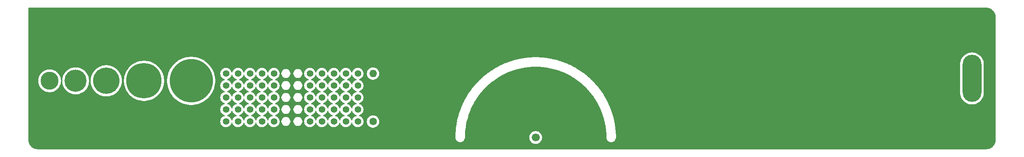
<source format=gbl>
G04 #@! TF.GenerationSoftware,KiCad,Pcbnew,9.0.5*
G04 #@! TF.CreationDate,2026-01-13T02:28:23+08:00*
G04 #@! TF.ProjectId,epd-pcb-ruler,6570642d-7063-4622-9d72-756c65722e6b,rev?*
G04 #@! TF.SameCoordinates,Original*
G04 #@! TF.FileFunction,Copper,L2,Bot*
G04 #@! TF.FilePolarity,Positive*
%FSLAX46Y46*%
G04 Gerber Fmt 4.6, Leading zero omitted, Abs format (unit mm)*
G04 Created by KiCad (PCBNEW 9.0.5) date 2026-01-13 02:28:23*
%MOMM*%
%LPD*%
G01*
G04 APERTURE LIST*
G04 Aperture macros list*
%AMRoundRect*
0 Rectangle with rounded corners*
0 $1 Rounding radius*
0 $2 $3 $4 $5 $6 $7 $8 $9 X,Y pos of 4 corners*
0 Add a 4 corners polygon primitive as box body*
4,1,4,$2,$3,$4,$5,$6,$7,$8,$9,$2,$3,0*
0 Add four circle primitives for the rounded corners*
1,1,$1+$1,$2,$3*
1,1,$1+$1,$4,$5*
1,1,$1+$1,$6,$7*
1,1,$1+$1,$8,$9*
0 Add four rect primitives between the rounded corners*
20,1,$1+$1,$2,$3,$4,$5,0*
20,1,$1+$1,$4,$5,$6,$7,0*
20,1,$1+$1,$6,$7,$8,$9,0*
20,1,$1+$1,$8,$9,$2,$3,0*%
G04 Aperture macros list end*
G04 #@! TA.AperFunction,ComponentPad*
%ADD10C,1.400000*%
G04 #@! TD*
G04 #@! TA.AperFunction,WasherPad*
%ADD11RoundRect,2.000000X-0.000010X-3.000000X0.000010X-3.000000X0.000010X3.000000X-0.000010X3.000000X0*%
G04 #@! TD*
G04 #@! TA.AperFunction,ComponentPad*
%ADD12C,9.200000*%
G04 #@! TD*
G04 #@! TA.AperFunction,ComponentPad*
%ADD13C,3.800000*%
G04 #@! TD*
G04 #@! TA.AperFunction,ComponentPad*
%ADD14C,1.600000*%
G04 #@! TD*
G04 #@! TA.AperFunction,ComponentPad*
%ADD15O,1.600000X1.600000*%
G04 #@! TD*
G04 #@! TA.AperFunction,ComponentPad*
%ADD16C,5.600000*%
G04 #@! TD*
G04 #@! TA.AperFunction,ComponentPad*
%ADD17C,4.700000*%
G04 #@! TD*
G04 #@! TA.AperFunction,ComponentPad*
%ADD18C,7.500000*%
G04 #@! TD*
G04 #@! TA.AperFunction,ViaPad*
%ADD19C,1.700000*%
G04 #@! TD*
G04 APERTURE END LIST*
D10*
X78425000Y-97779500D03*
X78425000Y-100319500D03*
X78425000Y-102859500D03*
X78425000Y-105399500D03*
X78425000Y-107939500D03*
X80965000Y-97779500D03*
X80965000Y-100319500D03*
X80965000Y-102859500D03*
X80965000Y-105399500D03*
X80965000Y-107939500D03*
X83505000Y-97779500D03*
X83505000Y-100319500D03*
X83505000Y-102859500D03*
X83505000Y-105399500D03*
X83505000Y-107939500D03*
X86045000Y-97779500D03*
X86045000Y-100319500D03*
X86045000Y-102859500D03*
X86045000Y-105399500D03*
X86045000Y-107939500D03*
X88585000Y-97779500D03*
X88585000Y-100319500D03*
X88585000Y-102859500D03*
X88585000Y-105399500D03*
X88585000Y-107939500D03*
X96205000Y-97779500D03*
X96205000Y-100319500D03*
X96205000Y-102859500D03*
X96205000Y-105399500D03*
X96205000Y-107939500D03*
X98745000Y-97779500D03*
X98745000Y-100319500D03*
X98745000Y-102859500D03*
X98745000Y-105399500D03*
X98745000Y-107939500D03*
X101285000Y-97779500D03*
X101285000Y-100319500D03*
X101285000Y-102859500D03*
X101285000Y-105399500D03*
X101285000Y-107939500D03*
X103825000Y-97779500D03*
X103825000Y-100319500D03*
X103825000Y-102859500D03*
X103825000Y-105399500D03*
X103825000Y-107939500D03*
X106365000Y-97779500D03*
X106365000Y-100319500D03*
X106365000Y-102859500D03*
X106365000Y-105399500D03*
X106365000Y-107939500D03*
D11*
X236524286Y-98820000D03*
D12*
X71060000Y-99320000D03*
D13*
X41060000Y-99320000D03*
D14*
X109585000Y-107939500D03*
D15*
X109585000Y-97779500D03*
D16*
X53060000Y-99320000D03*
D17*
X46560000Y-99320000D03*
D18*
X61060000Y-99320000D03*
D19*
X144060000Y-111320000D03*
G04 #@! TA.AperFunction,NonConductor*
G36*
X239564042Y-83820765D02*
G01*
X239578399Y-83821705D01*
X239791615Y-83835680D01*
X239801094Y-83836671D01*
X239852679Y-83844088D01*
X239859143Y-83845195D01*
X240055789Y-83884310D01*
X240066496Y-83886941D01*
X240108767Y-83899353D01*
X240113614Y-83900887D01*
X240311989Y-83968226D01*
X240323618Y-83972842D01*
X240346842Y-83983448D01*
X240350139Y-83985013D01*
X240544204Y-84080715D01*
X240552460Y-84084787D01*
X240566508Y-84092897D01*
X240770464Y-84229177D01*
X240783328Y-84239048D01*
X240967749Y-84400781D01*
X240979218Y-84412250D01*
X241140951Y-84596671D01*
X241150825Y-84609539D01*
X241287102Y-84813492D01*
X241295212Y-84827539D01*
X241394968Y-85029824D01*
X241396550Y-85033156D01*
X241407154Y-85056375D01*
X241411779Y-85068028D01*
X241479097Y-85266340D01*
X241480655Y-85271264D01*
X241493053Y-85313488D01*
X241495693Y-85324232D01*
X241534796Y-85520818D01*
X241535917Y-85527362D01*
X241543325Y-85578885D01*
X241544321Y-85588422D01*
X241559234Y-85815941D01*
X241559500Y-85824051D01*
X241559500Y-111815948D01*
X241559234Y-111824058D01*
X241544321Y-112051576D01*
X241543325Y-112061113D01*
X241535917Y-112112636D01*
X241534796Y-112119180D01*
X241495693Y-112315766D01*
X241493053Y-112326510D01*
X241480655Y-112368734D01*
X241479097Y-112373658D01*
X241411779Y-112571970D01*
X241407154Y-112583623D01*
X241407153Y-112583626D01*
X241396542Y-112606859D01*
X241394961Y-112610187D01*
X241295214Y-112812456D01*
X241287104Y-112826504D01*
X241150825Y-113030460D01*
X241140951Y-113043328D01*
X240979218Y-113227749D01*
X240967749Y-113239218D01*
X240783328Y-113400951D01*
X240770460Y-113410825D01*
X240566504Y-113547104D01*
X240552456Y-113555214D01*
X240350187Y-113654961D01*
X240346859Y-113656542D01*
X240323626Y-113667153D01*
X240311970Y-113671779D01*
X240113658Y-113739097D01*
X240108734Y-113740655D01*
X240066510Y-113753053D01*
X240055766Y-113755693D01*
X239859180Y-113794796D01*
X239852636Y-113795917D01*
X239801113Y-113803325D01*
X239791576Y-113804321D01*
X239564058Y-113819234D01*
X239555948Y-113819500D01*
X38564052Y-113819500D01*
X38555942Y-113819234D01*
X38328422Y-113804321D01*
X38318885Y-113803325D01*
X38267362Y-113795917D01*
X38260818Y-113794796D01*
X38064232Y-113755693D01*
X38053488Y-113753053D01*
X38011264Y-113740655D01*
X38006340Y-113739097D01*
X37808028Y-113671779D01*
X37796375Y-113667154D01*
X37773156Y-113656550D01*
X37769824Y-113654968D01*
X37567539Y-113555212D01*
X37553492Y-113547102D01*
X37349539Y-113410825D01*
X37336671Y-113400951D01*
X37152250Y-113239218D01*
X37140781Y-113227749D01*
X36979048Y-113043328D01*
X36969174Y-113030460D01*
X36832897Y-112826507D01*
X36824787Y-112812460D01*
X36738381Y-112637246D01*
X36725013Y-112610139D01*
X36723448Y-112606842D01*
X36712841Y-112583615D01*
X36708226Y-112571989D01*
X36640887Y-112373614D01*
X36639353Y-112368767D01*
X36626941Y-112326496D01*
X36624310Y-112315789D01*
X36585195Y-112119143D01*
X36584088Y-112112679D01*
X36576671Y-112061094D01*
X36575680Y-112051615D01*
X36560765Y-111824042D01*
X36560500Y-111815933D01*
X36560500Y-110915313D01*
X127059500Y-110915313D01*
X127059500Y-111319500D01*
X127059500Y-111320000D01*
X127059500Y-111412710D01*
X127093571Y-111594973D01*
X127160551Y-111767869D01*
X127160553Y-111767875D01*
X127258160Y-111925515D01*
X127258161Y-111925516D01*
X127258163Y-111925519D01*
X127276736Y-111945893D01*
X127283017Y-111952783D01*
X127285119Y-111955928D01*
X127293781Y-111964590D01*
X127295711Y-111966707D01*
X127383074Y-112062540D01*
X127383077Y-112062543D01*
X127383080Y-112062546D01*
X127418437Y-112089246D01*
X127424072Y-112094881D01*
X127439921Y-112105471D01*
X127442776Y-112107627D01*
X127442782Y-112107631D01*
X127531048Y-112174286D01*
X127531057Y-112174290D01*
X127531058Y-112174291D01*
X127570544Y-112193953D01*
X127570545Y-112193953D01*
X127577611Y-112197471D01*
X127587463Y-112204055D01*
X127607493Y-112212351D01*
X127697029Y-112256935D01*
X127754831Y-112273381D01*
X127769013Y-112279256D01*
X127790491Y-112283527D01*
X127875371Y-112307678D01*
X127943760Y-112314015D01*
X127961746Y-112317593D01*
X127982373Y-112317593D01*
X128040452Y-112322974D01*
X128059999Y-112324786D01*
X128060000Y-112324786D01*
X128060001Y-112324786D01*
X128075369Y-112323361D01*
X128137627Y-112317593D01*
X128158254Y-112317593D01*
X128176239Y-112314015D01*
X128244629Y-112307678D01*
X128329501Y-112283529D01*
X128350987Y-112279256D01*
X128365166Y-112273381D01*
X128370484Y-112271868D01*
X128372066Y-112271419D01*
X128372067Y-112271419D01*
X128422962Y-112256938D01*
X128422964Y-112256936D01*
X128422971Y-112256935D01*
X128512510Y-112212349D01*
X128532537Y-112204055D01*
X128542388Y-112197471D01*
X128588952Y-112174286D01*
X128680081Y-112105468D01*
X128695928Y-112094881D01*
X128701557Y-112089250D01*
X128736920Y-112062546D01*
X128826228Y-111964579D01*
X128834881Y-111955928D01*
X128836979Y-111952786D01*
X128861837Y-111925519D01*
X128959448Y-111767872D01*
X129026429Y-111594973D01*
X129060500Y-111412710D01*
X129060500Y-111321562D01*
X129060540Y-111318421D01*
X129063193Y-111213713D01*
X142709500Y-111213713D01*
X142709500Y-111426286D01*
X142736217Y-111594975D01*
X142742754Y-111636243D01*
X142757316Y-111681061D01*
X142808444Y-111838414D01*
X142904951Y-112027820D01*
X143029890Y-112199786D01*
X143180213Y-112350109D01*
X143352179Y-112475048D01*
X143352181Y-112475049D01*
X143352184Y-112475051D01*
X143541588Y-112571557D01*
X143743757Y-112637246D01*
X143953713Y-112670500D01*
X143953714Y-112670500D01*
X144166286Y-112670500D01*
X144166287Y-112670500D01*
X144376243Y-112637246D01*
X144578412Y-112571557D01*
X144767816Y-112475051D01*
X144789789Y-112459086D01*
X144939786Y-112350109D01*
X144939788Y-112350106D01*
X144939792Y-112350104D01*
X145090104Y-112199792D01*
X145090106Y-112199788D01*
X145090109Y-112199786D01*
X145215048Y-112027820D01*
X145215047Y-112027820D01*
X145215051Y-112027816D01*
X145311557Y-111838412D01*
X145377246Y-111636243D01*
X145410500Y-111426287D01*
X145410500Y-111213713D01*
X145377246Y-111003757D01*
X145311557Y-110801588D01*
X145215051Y-110612184D01*
X145215049Y-110612181D01*
X145215048Y-110612179D01*
X145090109Y-110440213D01*
X144939786Y-110289890D01*
X144767820Y-110164951D01*
X144578414Y-110068444D01*
X144578413Y-110068443D01*
X144578412Y-110068443D01*
X144376243Y-110002754D01*
X144376241Y-110002753D01*
X144376240Y-110002753D01*
X144214957Y-109977208D01*
X144166287Y-109969500D01*
X143953713Y-109969500D01*
X143905042Y-109977208D01*
X143743760Y-110002753D01*
X143541585Y-110068444D01*
X143352179Y-110164951D01*
X143180213Y-110289890D01*
X143029890Y-110440213D01*
X142904951Y-110612179D01*
X142808444Y-110801585D01*
X142742753Y-111003760D01*
X142709500Y-111213713D01*
X129063193Y-111213713D01*
X129063396Y-111205700D01*
X129068514Y-111003760D01*
X129077793Y-110637577D01*
X129077916Y-110634372D01*
X129079060Y-110612179D01*
X129085816Y-110481113D01*
X129086001Y-110478228D01*
X129131809Y-109876694D01*
X129132091Y-109873558D01*
X129147811Y-109721476D01*
X129148118Y-109718822D01*
X129224442Y-109119536D01*
X129224922Y-109116143D01*
X129248254Y-108966336D01*
X129248687Y-108963750D01*
X129355523Y-108367674D01*
X129356169Y-108364344D01*
X129386828Y-108217628D01*
X129387376Y-108215146D01*
X129524696Y-107623386D01*
X129525532Y-107620008D01*
X129563146Y-107477184D01*
X129563759Y-107474948D01*
X129731554Y-106888531D01*
X129732601Y-106885074D01*
X129776670Y-106747026D01*
X129777352Y-106744963D01*
X129975597Y-106164981D01*
X129976841Y-106161515D01*
X130026722Y-106029200D01*
X130027522Y-106027140D01*
X130256188Y-105454685D01*
X130257658Y-105451171D01*
X130312684Y-105325262D01*
X130313473Y-105323502D01*
X130572630Y-104759469D01*
X130574298Y-104755990D01*
X130633565Y-104637415D01*
X130634422Y-104635737D01*
X130924079Y-104081218D01*
X130926037Y-104077620D01*
X130988560Y-103967147D01*
X130989418Y-103965661D01*
X131309698Y-103421582D01*
X131311851Y-103418067D01*
X131376543Y-103316360D01*
X131377405Y-103315028D01*
X131728487Y-102782324D01*
X131730785Y-102778967D01*
X131796359Y-102686730D01*
X131797174Y-102685601D01*
X132179284Y-102165236D01*
X132181848Y-102161875D01*
X132246695Y-102079941D01*
X132247547Y-102078881D01*
X132660978Y-101571849D01*
X132663869Y-101568434D01*
X132726109Y-101497617D01*
X132726940Y-101496683D01*
X133172391Y-101003638D01*
X133175477Y-101000350D01*
X133233201Y-100941120D01*
X133233998Y-100940313D01*
X133712076Y-100462235D01*
X133715448Y-100458991D01*
X133766061Y-100412144D01*
X133767026Y-100411261D01*
X134278778Y-99948909D01*
X134282297Y-99945854D01*
X134323396Y-99911568D01*
X134323922Y-99911134D01*
X134870900Y-99465131D01*
X134874662Y-99462188D01*
X134902689Y-99441156D01*
X134902781Y-99441087D01*
X135486980Y-99012102D01*
X135490979Y-99009291D01*
X135501407Y-99002275D01*
X135501761Y-99002039D01*
X136123197Y-98592478D01*
X136128489Y-98589178D01*
X136778011Y-98206828D01*
X136783487Y-98203788D01*
X137451551Y-97854820D01*
X137457167Y-97852067D01*
X138142021Y-97537395D01*
X138147739Y-97534941D01*
X138847706Y-97255340D01*
X138853543Y-97253179D01*
X139566744Y-97009399D01*
X139572695Y-97007531D01*
X140297354Y-96800180D01*
X140303386Y-96798619D01*
X141037590Y-96628244D01*
X141043675Y-96626993D01*
X141785583Y-96494020D01*
X141791771Y-96493072D01*
X142539404Y-96397855D01*
X142545646Y-96397220D01*
X143297170Y-96339989D01*
X143303423Y-96339672D01*
X144056883Y-96320579D01*
X144063117Y-96320579D01*
X144816574Y-96339672D01*
X144822831Y-96339989D01*
X145574349Y-96397220D01*
X145580599Y-96397856D01*
X146328222Y-96493071D01*
X146334422Y-96494021D01*
X147076316Y-96626992D01*
X147082417Y-96628246D01*
X147816604Y-96798617D01*
X147822654Y-96800183D01*
X148547292Y-97007528D01*
X148553266Y-97009403D01*
X149266443Y-97253174D01*
X149272306Y-97255346D01*
X149972246Y-97534935D01*
X149977993Y-97537402D01*
X150516382Y-97784777D01*
X150662819Y-97852061D01*
X150668460Y-97854827D01*
X151336503Y-98203784D01*
X151341996Y-98206833D01*
X151651181Y-98388839D01*
X151991513Y-98589180D01*
X151996821Y-98592490D01*
X152539946Y-98950440D01*
X152617894Y-99001812D01*
X152618723Y-99002363D01*
X152628983Y-99009266D01*
X152633064Y-99012136D01*
X153216964Y-99440901D01*
X153217503Y-99441301D01*
X153245288Y-99462151D01*
X153249146Y-99465170D01*
X153795883Y-99910975D01*
X153796775Y-99911711D01*
X153837651Y-99945811D01*
X153841271Y-99948954D01*
X154033828Y-100122923D01*
X154352863Y-100411162D01*
X154353964Y-100412170D01*
X154404523Y-100458966D01*
X154407975Y-100462287D01*
X154885822Y-100940134D01*
X154886944Y-100941270D01*
X154944460Y-101000286D01*
X154947660Y-101003695D01*
X155191633Y-101273736D01*
X155392913Y-101496522D01*
X155394044Y-101497792D01*
X155456092Y-101568392D01*
X155459053Y-101571889D01*
X155872330Y-102078732D01*
X155873435Y-102080107D01*
X155938097Y-102161805D01*
X155940767Y-102165307D01*
X156322700Y-102685430D01*
X156323767Y-102686908D01*
X156389159Y-102778891D01*
X156391565Y-102782404D01*
X156742479Y-103314853D01*
X156743525Y-103316469D01*
X156808115Y-103418015D01*
X156810347Y-103421660D01*
X157130479Y-103965487D01*
X157131535Y-103967317D01*
X157193943Y-104077588D01*
X157195936Y-104081251D01*
X157485512Y-104635614D01*
X157486519Y-104637586D01*
X157545648Y-104755883D01*
X157547407Y-104759552D01*
X157806444Y-105323322D01*
X157807392Y-105325437D01*
X157862309Y-105451099D01*
X157863839Y-105454757D01*
X158092442Y-106027055D01*
X158093318Y-106029311D01*
X158143122Y-106161421D01*
X158144428Y-106165057D01*
X158342588Y-106744791D01*
X158343380Y-106747187D01*
X158387375Y-106885003D01*
X158388464Y-106888601D01*
X158556195Y-107474791D01*
X158556890Y-107477324D01*
X158594446Y-107619931D01*
X158595325Y-107623480D01*
X158732601Y-108215052D01*
X158733189Y-108217718D01*
X158763813Y-108364265D01*
X158764490Y-108367753D01*
X158871293Y-108963645D01*
X158871761Y-108966439D01*
X158895076Y-109116143D01*
X158895559Y-109119559D01*
X158971864Y-109718687D01*
X158972201Y-109721603D01*
X158987898Y-109873459D01*
X158988197Y-109876793D01*
X159033992Y-110478152D01*
X159034186Y-110481185D01*
X159042082Y-110634372D01*
X159042206Y-110637613D01*
X159059460Y-111318420D01*
X159059500Y-111321562D01*
X159059500Y-111412710D01*
X159093571Y-111594973D01*
X159160551Y-111767869D01*
X159160553Y-111767875D01*
X159258160Y-111925515D01*
X159258161Y-111925516D01*
X159258163Y-111925519D01*
X159276736Y-111945893D01*
X159283017Y-111952783D01*
X159285119Y-111955928D01*
X159293781Y-111964590D01*
X159295711Y-111966707D01*
X159383074Y-112062540D01*
X159383077Y-112062543D01*
X159383080Y-112062546D01*
X159418437Y-112089246D01*
X159424072Y-112094881D01*
X159439921Y-112105471D01*
X159442776Y-112107627D01*
X159442782Y-112107631D01*
X159531048Y-112174286D01*
X159531057Y-112174290D01*
X159531058Y-112174291D01*
X159570544Y-112193953D01*
X159570545Y-112193953D01*
X159577611Y-112197471D01*
X159587463Y-112204055D01*
X159607493Y-112212351D01*
X159697029Y-112256935D01*
X159754831Y-112273381D01*
X159769013Y-112279256D01*
X159790491Y-112283527D01*
X159875371Y-112307678D01*
X159943760Y-112314015D01*
X159961746Y-112317593D01*
X159982373Y-112317593D01*
X160040452Y-112322974D01*
X160059999Y-112324786D01*
X160060000Y-112324786D01*
X160060001Y-112324786D01*
X160075369Y-112323361D01*
X160137627Y-112317593D01*
X160158254Y-112317593D01*
X160176239Y-112314015D01*
X160244629Y-112307678D01*
X160329501Y-112283529D01*
X160350987Y-112279256D01*
X160365166Y-112273381D01*
X160370484Y-112271868D01*
X160372066Y-112271419D01*
X160372067Y-112271419D01*
X160422962Y-112256938D01*
X160422964Y-112256936D01*
X160422971Y-112256935D01*
X160512510Y-112212349D01*
X160532537Y-112204055D01*
X160542388Y-112197471D01*
X160588952Y-112174286D01*
X160680081Y-112105468D01*
X160695928Y-112094881D01*
X160701557Y-112089250D01*
X160736920Y-112062546D01*
X160826228Y-111964579D01*
X160834881Y-111955928D01*
X160836979Y-111952786D01*
X160861837Y-111925519D01*
X160959448Y-111767872D01*
X161026429Y-111594973D01*
X161060500Y-111412710D01*
X161060500Y-111320000D01*
X161060500Y-111319500D01*
X161060500Y-110915313D01*
X161021988Y-110106855D01*
X160945052Y-109301145D01*
X160829866Y-108500008D01*
X160676691Y-107705260D01*
X160485874Y-106918700D01*
X160257847Y-106142111D01*
X159993126Y-105377251D01*
X159692312Y-104625854D01*
X159356086Y-103889620D01*
X158985209Y-103170220D01*
X158580521Y-102469280D01*
X158441904Y-102253588D01*
X158142971Y-101788437D01*
X158142930Y-101788377D01*
X158094594Y-101720499D01*
X158055020Y-101664924D01*
X158052769Y-101661489D01*
X158042961Y-101647990D01*
X158042542Y-101647401D01*
X157776452Y-101273731D01*
X157673457Y-101129094D01*
X157673445Y-101129079D01*
X157673432Y-101129061D01*
X157576438Y-101005723D01*
X157576438Y-101005724D01*
X157574983Y-101003875D01*
X157569793Y-100996730D01*
X157549247Y-100971148D01*
X157548898Y-100970704D01*
X157343594Y-100709639D01*
X157173135Y-100492882D01*
X157063730Y-100366622D01*
X157055265Y-100356082D01*
X157024768Y-100321658D01*
X157024372Y-100321201D01*
X157024371Y-100321200D01*
X156643107Y-99881198D01*
X156522426Y-99754632D01*
X156510385Y-99741040D01*
X156470738Y-99700423D01*
X156470244Y-99699905D01*
X156470243Y-99699904D01*
X156084574Y-99295425D01*
X155953919Y-99170846D01*
X155953919Y-99170845D01*
X155952285Y-99169287D01*
X155936427Y-99153041D01*
X155888511Y-99108479D01*
X155887989Y-99107981D01*
X155887911Y-99107908D01*
X155787502Y-99012168D01*
X155498802Y-98736893D01*
X155498795Y-98736887D01*
X155498788Y-98736880D01*
X155498784Y-98736876D01*
X155356309Y-98613422D01*
X155354664Y-98611996D01*
X155334731Y-98593459D01*
X155279292Y-98546685D01*
X155278654Y-98546133D01*
X154887113Y-98206860D01*
X154732563Y-98085321D01*
X154730873Y-98083992D01*
X154706703Y-98063600D01*
X154644569Y-98016121D01*
X154643944Y-98015630D01*
X154643859Y-98015564D01*
X154250890Y-97706530D01*
X154084080Y-97587746D01*
X154082374Y-97586531D01*
X154053808Y-97564703D01*
X153985751Y-97517727D01*
X153985027Y-97517211D01*
X153984967Y-97517169D01*
X153964015Y-97502249D01*
X153591609Y-97237060D01*
X153591599Y-97237053D01*
X153591594Y-97237050D01*
X153591591Y-97237048D01*
X153456608Y-97150300D01*
X153412416Y-97121899D01*
X153410684Y-97120785D01*
X153377573Y-97097931D01*
X153304347Y-97052447D01*
X153303497Y-97051901D01*
X152910745Y-96799494D01*
X152910712Y-96799474D01*
X152719039Y-96688812D01*
X152717299Y-96687807D01*
X152679576Y-96664376D01*
X152601980Y-96621227D01*
X152601063Y-96620698D01*
X152601061Y-96620696D01*
X152209804Y-96394805D01*
X152209780Y-96394791D01*
X152209763Y-96394782D01*
X152005556Y-96289504D01*
X152005556Y-96289505D01*
X152003804Y-96288602D01*
X151961448Y-96265049D01*
X151880209Y-96224885D01*
X151879294Y-96224413D01*
X151490384Y-96023916D01*
X151490375Y-96023912D01*
X151273611Y-95924919D01*
X151273609Y-95924918D01*
X151273609Y-95924917D01*
X151271836Y-95924107D01*
X151224865Y-95900885D01*
X151140766Y-95864250D01*
X151139740Y-95863782D01*
X151058088Y-95826493D01*
X150814291Y-95715155D01*
X234023786Y-95715155D01*
X234023786Y-101924844D01*
X234029960Y-102055780D01*
X234029960Y-102055785D01*
X234079179Y-102366543D01*
X234079181Y-102366551D01*
X234166960Y-102668684D01*
X234166961Y-102668687D01*
X234166962Y-102668689D01*
X234174769Y-102686730D01*
X234291918Y-102957447D01*
X234291919Y-102957448D01*
X234452082Y-103228268D01*
X234452087Y-103228274D01*
X234452088Y-103228276D01*
X234452088Y-103228277D01*
X234644923Y-103476879D01*
X234867406Y-103699362D01*
X235116008Y-103892197D01*
X235116012Y-103892199D01*
X235116018Y-103892204D01*
X235386838Y-104052367D01*
X235675597Y-104177324D01*
X235699306Y-104184212D01*
X235977734Y-104265104D01*
X235977742Y-104265106D01*
X236288503Y-104314325D01*
X236419442Y-104320500D01*
X236419446Y-104320500D01*
X236629130Y-104320500D01*
X236703950Y-104316971D01*
X236760069Y-104314325D01*
X236760071Y-104314325D01*
X237070829Y-104265106D01*
X237070837Y-104265104D01*
X237267412Y-104207993D01*
X237372975Y-104177324D01*
X237661734Y-104052367D01*
X237932554Y-103892204D01*
X237988885Y-103848509D01*
X238181165Y-103699362D01*
X238181166Y-103699362D01*
X238403648Y-103476880D01*
X238403648Y-103476879D01*
X238596483Y-103228277D01*
X238596490Y-103228268D01*
X238756653Y-102957448D01*
X238881610Y-102668689D01*
X238939544Y-102469280D01*
X238969390Y-102366551D01*
X238969392Y-102366543D01*
X239018611Y-102055785D01*
X239018611Y-102055780D01*
X239020432Y-102017178D01*
X239023238Y-101957667D01*
X239024786Y-101924844D01*
X239024786Y-95715155D01*
X239020375Y-95621629D01*
X239018611Y-95584217D01*
X239014132Y-95555935D01*
X238969392Y-95273456D01*
X238969390Y-95273448D01*
X238881611Y-94971315D01*
X238881610Y-94971311D01*
X238756653Y-94682552D01*
X238596490Y-94411732D01*
X238596483Y-94411722D01*
X238403648Y-94163120D01*
X238181165Y-93940637D01*
X237932563Y-93747802D01*
X237932557Y-93747798D01*
X237932554Y-93747796D01*
X237763631Y-93647894D01*
X237661733Y-93587632D01*
X237372970Y-93462674D01*
X237070837Y-93374895D01*
X237070829Y-93374893D01*
X236760068Y-93325674D01*
X236629130Y-93319500D01*
X236629126Y-93319500D01*
X236419446Y-93319500D01*
X236419442Y-93319500D01*
X236288505Y-93325674D01*
X236288500Y-93325674D01*
X235977742Y-93374893D01*
X235977734Y-93374895D01*
X235675601Y-93462674D01*
X235386838Y-93587632D01*
X235225380Y-93683119D01*
X235116018Y-93747796D01*
X235116014Y-93747798D01*
X235116009Y-93747802D01*
X235116008Y-93747802D01*
X234867406Y-93940637D01*
X234867406Y-93940638D01*
X234644924Y-94163120D01*
X234644923Y-94163120D01*
X234452088Y-94411722D01*
X234452088Y-94411723D01*
X234452084Y-94411728D01*
X234452082Y-94411732D01*
X234408585Y-94485282D01*
X234291918Y-94682552D01*
X234166960Y-94971315D01*
X234079181Y-95273448D01*
X234079179Y-95273456D01*
X234029960Y-95584214D01*
X234029960Y-95584219D01*
X234023786Y-95715155D01*
X150814291Y-95715155D01*
X150754173Y-95687700D01*
X150754158Y-95687693D01*
X150754146Y-95687688D01*
X150754137Y-95687684D01*
X150754120Y-95687677D01*
X150524896Y-95595908D01*
X150524896Y-95595909D01*
X150523139Y-95595205D01*
X150471548Y-95572732D01*
X150385233Y-95539997D01*
X150384169Y-95539571D01*
X150164187Y-95451504D01*
X150002749Y-95386874D01*
X149760636Y-95303077D01*
X149759424Y-95302658D01*
X149703257Y-95281357D01*
X149615402Y-95252811D01*
X149614237Y-95252408D01*
X149614236Y-95252407D01*
X149237903Y-95122157D01*
X148984037Y-95047615D01*
X148982325Y-95047112D01*
X148921786Y-95027442D01*
X148833084Y-95003291D01*
X148831902Y-95002944D01*
X148461311Y-94894129D01*
X148461306Y-94894127D01*
X148461300Y-94894126D01*
X148388959Y-94876576D01*
X148195414Y-94829622D01*
X148195414Y-94829621D01*
X148193680Y-94829200D01*
X148128960Y-94811579D01*
X148040007Y-94791921D01*
X148038757Y-94791618D01*
X147674736Y-94703308D01*
X147397113Y-94649800D01*
X147395419Y-94649473D01*
X147326631Y-94634272D01*
X147238034Y-94619140D01*
X147236690Y-94618881D01*
X146880003Y-94550136D01*
X146879998Y-94550135D01*
X146879992Y-94550134D01*
X146879984Y-94550132D01*
X146879967Y-94550130D01*
X146590890Y-94508567D01*
X146589264Y-94508333D01*
X146516673Y-94495935D01*
X146428939Y-94485282D01*
X146427575Y-94485086D01*
X146078870Y-94434950D01*
X146078824Y-94434944D01*
X145778686Y-94406284D01*
X145778686Y-94406285D01*
X145777076Y-94406131D01*
X145700976Y-94396891D01*
X145614655Y-94390621D01*
X145613273Y-94390490D01*
X145273156Y-94358013D01*
X145273154Y-94358012D01*
X145273145Y-94358012D01*
X145188953Y-94354001D01*
X144962191Y-94343198D01*
X144962191Y-94343197D01*
X144960590Y-94343120D01*
X144881447Y-94337373D01*
X144797108Y-94335334D01*
X144795629Y-94335264D01*
X144523933Y-94322322D01*
X144464687Y-94319500D01*
X144142000Y-94319500D01*
X144060000Y-94317518D01*
X143978000Y-94319500D01*
X143655313Y-94319500D01*
X143600934Y-94322090D01*
X143324369Y-94335264D01*
X143322887Y-94335334D01*
X143238553Y-94337373D01*
X143159407Y-94343120D01*
X143157810Y-94343197D01*
X143157807Y-94343198D01*
X142920619Y-94354498D01*
X142846855Y-94358012D01*
X142846846Y-94358012D01*
X142846843Y-94358013D01*
X142506725Y-94390490D01*
X142505336Y-94390622D01*
X142419024Y-94396891D01*
X142342931Y-94406130D01*
X142341312Y-94406285D01*
X142341308Y-94406284D01*
X142041175Y-94434944D01*
X142041128Y-94434950D01*
X141692423Y-94485086D01*
X141691048Y-94485283D01*
X141603327Y-94495935D01*
X141530745Y-94508331D01*
X141529108Y-94508567D01*
X141240032Y-94550130D01*
X141239996Y-94550136D01*
X140883308Y-94618881D01*
X140881947Y-94619143D01*
X140793369Y-94634272D01*
X140724604Y-94649468D01*
X140722899Y-94649797D01*
X140722886Y-94649800D01*
X140445259Y-94703309D01*
X140081251Y-94791615D01*
X140079944Y-94791932D01*
X139991040Y-94811579D01*
X139926304Y-94829204D01*
X139924592Y-94829620D01*
X139924589Y-94829619D01*
X139658723Y-94894119D01*
X139658681Y-94894130D01*
X139288107Y-95002939D01*
X139288108Y-95002940D01*
X139286866Y-95003304D01*
X139198214Y-95027442D01*
X139137685Y-95047108D01*
X139135972Y-95047612D01*
X138882096Y-95122157D01*
X138505760Y-95252407D01*
X138505761Y-95252408D01*
X138504565Y-95252821D01*
X138416743Y-95281357D01*
X138360612Y-95302644D01*
X138358866Y-95303249D01*
X138117253Y-95386873D01*
X138117246Y-95386876D01*
X137735847Y-95539564D01*
X137734738Y-95540007D01*
X137648452Y-95572732D01*
X137596855Y-95595208D01*
X137595097Y-95595912D01*
X137595095Y-95595912D01*
X137365879Y-95687677D01*
X137365861Y-95687685D01*
X137365854Y-95687688D01*
X137191795Y-95767177D01*
X136980278Y-95863774D01*
X136979243Y-95864246D01*
X136895135Y-95900885D01*
X136848147Y-95924115D01*
X136846388Y-95924919D01*
X136846386Y-95924919D01*
X136629624Y-96023912D01*
X136240727Y-96224401D01*
X136240726Y-96224400D01*
X136239663Y-96224947D01*
X136158552Y-96265049D01*
X136116221Y-96288587D01*
X136114442Y-96289505D01*
X136114408Y-96289523D01*
X135910236Y-96394782D01*
X135910194Y-96394805D01*
X135518887Y-96620724D01*
X135518888Y-96620725D01*
X135517958Y-96621261D01*
X135440424Y-96664376D01*
X135402710Y-96687801D01*
X135400974Y-96688804D01*
X135400972Y-96688804D01*
X135209287Y-96799474D01*
X135209284Y-96799476D01*
X134816483Y-97051913D01*
X134816482Y-97051912D01*
X134815536Y-97052519D01*
X134742427Y-97097931D01*
X134709327Y-97120778D01*
X134707591Y-97121894D01*
X134528397Y-97237055D01*
X134134971Y-97517211D01*
X134134970Y-97517210D01*
X134134105Y-97517825D01*
X134066192Y-97564703D01*
X134037615Y-97586539D01*
X134035911Y-97587753D01*
X134035909Y-97587753D01*
X134035909Y-97587754D01*
X133869111Y-97706530D01*
X133869061Y-97706567D01*
X133476127Y-98015571D01*
X133476128Y-98015572D01*
X133475368Y-98016169D01*
X133413297Y-98063600D01*
X133389153Y-98083969D01*
X133387435Y-98085321D01*
X133387431Y-98085324D01*
X133232877Y-98206869D01*
X132841336Y-98546140D01*
X132841335Y-98546139D01*
X132840552Y-98546816D01*
X132785269Y-98593459D01*
X132765394Y-98611942D01*
X132763732Y-98613383D01*
X132763701Y-98613412D01*
X132621203Y-98736887D01*
X132232126Y-99107871D01*
X132231473Y-99108493D01*
X132183573Y-99153041D01*
X132167720Y-99169281D01*
X132166069Y-99170856D01*
X132059729Y-99272252D01*
X132035428Y-99295425D01*
X132035416Y-99295436D01*
X131649755Y-99699902D01*
X131649756Y-99699903D01*
X131649179Y-99700507D01*
X131609615Y-99741040D01*
X131597584Y-99754619D01*
X131596008Y-99756273D01*
X131596005Y-99756274D01*
X131476912Y-99881176D01*
X131476904Y-99881185D01*
X131095673Y-100321144D01*
X131095674Y-100321145D01*
X131095116Y-100321788D01*
X131064735Y-100356082D01*
X131056284Y-100366603D01*
X131054755Y-100368369D01*
X130998540Y-100433246D01*
X130946865Y-100492882D01*
X130946857Y-100492891D01*
X130946851Y-100492899D01*
X130571165Y-100970621D01*
X130571165Y-100970622D01*
X130570680Y-100971238D01*
X130550207Y-100996730D01*
X130545043Y-101003836D01*
X130543550Y-101005736D01*
X130446529Y-101129112D01*
X130077423Y-101647448D01*
X130077422Y-101647450D01*
X130076980Y-101648070D01*
X130067231Y-101661489D01*
X130065007Y-101664883D01*
X130063596Y-101666865D01*
X129977060Y-101788388D01*
X129977049Y-101788404D01*
X129539495Y-102469254D01*
X129539474Y-102469287D01*
X129151649Y-103141021D01*
X129134791Y-103170220D01*
X128822909Y-103775187D01*
X128763908Y-103889632D01*
X128427700Y-104625826D01*
X128427691Y-104625847D01*
X128427688Y-104625854D01*
X128360536Y-104793592D01*
X128126876Y-105377246D01*
X128126873Y-105377253D01*
X127862155Y-106142103D01*
X127634127Y-106918693D01*
X127443308Y-107705263D01*
X127290136Y-108499996D01*
X127290130Y-108500032D01*
X127174950Y-109301129D01*
X127174949Y-109301133D01*
X127107952Y-110002754D01*
X127098012Y-110106855D01*
X127059500Y-110915313D01*
X36560500Y-110915313D01*
X36560500Y-99185186D01*
X38659500Y-99185186D01*
X38659500Y-99454813D01*
X38689686Y-99722719D01*
X38689688Y-99722731D01*
X38749684Y-99985594D01*
X38749687Y-99985602D01*
X38838734Y-100240082D01*
X38955714Y-100482994D01*
X38955716Y-100482997D01*
X39099162Y-100711289D01*
X39267266Y-100922085D01*
X39457915Y-101112734D01*
X39668711Y-101280838D01*
X39897003Y-101424284D01*
X40139921Y-101541267D01*
X40237371Y-101575366D01*
X40394397Y-101630312D01*
X40394405Y-101630315D01*
X40394408Y-101630315D01*
X40394409Y-101630316D01*
X40657268Y-101690312D01*
X40925187Y-101720499D01*
X40925188Y-101720500D01*
X40925191Y-101720500D01*
X41194812Y-101720500D01*
X41194812Y-101720499D01*
X41462732Y-101690312D01*
X41725591Y-101630316D01*
X41980079Y-101541267D01*
X42222997Y-101424284D01*
X42451289Y-101280838D01*
X42662085Y-101112734D01*
X42852734Y-100922085D01*
X43020838Y-100711289D01*
X43164284Y-100482997D01*
X43281267Y-100240079D01*
X43370316Y-99985591D01*
X43430312Y-99722732D01*
X43460500Y-99454809D01*
X43460500Y-99185191D01*
X43460499Y-99185186D01*
X43458825Y-99170325D01*
X43458825Y-99170324D01*
X43457652Y-99159914D01*
X43709500Y-99159914D01*
X43709500Y-99480085D01*
X43745345Y-99798216D01*
X43745346Y-99798225D01*
X43745347Y-99798229D01*
X43746864Y-99804874D01*
X43816589Y-100110362D01*
X43816590Y-100110364D01*
X43922332Y-100412559D01*
X44061243Y-100701010D01*
X44067702Y-100711289D01*
X44231581Y-100972101D01*
X44431198Y-101222413D01*
X44657587Y-101448802D01*
X44907899Y-101648419D01*
X45178987Y-101818755D01*
X45467442Y-101957668D01*
X45769637Y-102063410D01*
X46081771Y-102134653D01*
X46399915Y-102170499D01*
X46399916Y-102170500D01*
X46399919Y-102170500D01*
X46720084Y-102170500D01*
X46720084Y-102170499D01*
X47038229Y-102134653D01*
X47350363Y-102063410D01*
X47652558Y-101957668D01*
X47941013Y-101818755D01*
X48212101Y-101648419D01*
X48462413Y-101448802D01*
X48688802Y-101222413D01*
X48888419Y-100972101D01*
X49058755Y-100701013D01*
X49197668Y-100412558D01*
X49303410Y-100110363D01*
X49374653Y-99798229D01*
X49410500Y-99480081D01*
X49410500Y-99159919D01*
X49410268Y-99157857D01*
X49759500Y-99157857D01*
X49759500Y-99482143D01*
X49761809Y-99505582D01*
X49791284Y-99804857D01*
X49791287Y-99804874D01*
X49854545Y-100122902D01*
X49854548Y-100122913D01*
X49948686Y-100433247D01*
X50072786Y-100732849D01*
X50072788Y-100732854D01*
X50225646Y-101018830D01*
X50225657Y-101018848D01*
X50405811Y-101288467D01*
X50405821Y-101288481D01*
X50611546Y-101539158D01*
X50840841Y-101768453D01*
X50840846Y-101768457D01*
X50840847Y-101768458D01*
X51091524Y-101974183D01*
X51361158Y-102154347D01*
X51361167Y-102154352D01*
X51361169Y-102154353D01*
X51647145Y-102307211D01*
X51647147Y-102307211D01*
X51647153Y-102307215D01*
X51946754Y-102431314D01*
X52257077Y-102525449D01*
X52257083Y-102525450D01*
X52257086Y-102525451D01*
X52257097Y-102525454D01*
X52456528Y-102565122D01*
X52575132Y-102588714D01*
X52897857Y-102620500D01*
X52897860Y-102620500D01*
X53222140Y-102620500D01*
X53222143Y-102620500D01*
X53544868Y-102588714D01*
X53702295Y-102557399D01*
X53862902Y-102525454D01*
X53862913Y-102525451D01*
X53862913Y-102525450D01*
X53862923Y-102525449D01*
X54173246Y-102431314D01*
X54472847Y-102307215D01*
X54758842Y-102154347D01*
X55028476Y-101974183D01*
X55279153Y-101768458D01*
X55508458Y-101539153D01*
X55714183Y-101288476D01*
X55894347Y-101018842D01*
X56047215Y-100732847D01*
X56171314Y-100433246D01*
X56265449Y-100122923D01*
X56265451Y-100122913D01*
X56265454Y-100122902D01*
X56302032Y-99939008D01*
X56328714Y-99804868D01*
X56360500Y-99482143D01*
X56360500Y-99157857D01*
X56358191Y-99134415D01*
X56809500Y-99134415D01*
X56809500Y-99505584D01*
X56841849Y-99875332D01*
X56906300Y-100240847D01*
X56906303Y-100240860D01*
X57002362Y-100599361D01*
X57129306Y-100948140D01*
X57286164Y-101284522D01*
X57286172Y-101284538D01*
X57394155Y-101471569D01*
X57471750Y-101605968D01*
X57471754Y-101605974D01*
X57471761Y-101605985D01*
X57684639Y-101910006D01*
X57825120Y-102077424D01*
X57923217Y-102194332D01*
X58185668Y-102456783D01*
X58267501Y-102525449D01*
X58469993Y-102695360D01*
X58774014Y-102908238D01*
X58774021Y-102908242D01*
X58774032Y-102908250D01*
X59095468Y-103093831D01*
X59095477Y-103093835D01*
X59431859Y-103250693D01*
X59692566Y-103345582D01*
X59780632Y-103377635D01*
X59780633Y-103377635D01*
X59780638Y-103377637D01*
X59893267Y-103407815D01*
X60139147Y-103473699D01*
X60504670Y-103538151D01*
X60874417Y-103570499D01*
X60874418Y-103570500D01*
X60874419Y-103570500D01*
X61245582Y-103570500D01*
X61245582Y-103570499D01*
X61615330Y-103538151D01*
X61980853Y-103473699D01*
X62339368Y-103377635D01*
X62688145Y-103250691D01*
X63024532Y-103093831D01*
X63345968Y-102908250D01*
X63650005Y-102695361D01*
X63934332Y-102456783D01*
X64196783Y-102194332D01*
X64435361Y-101910005D01*
X64648250Y-101605968D01*
X64833831Y-101284532D01*
X64990691Y-100948145D01*
X64998966Y-100925411D01*
X65076900Y-100711287D01*
X65117635Y-100599368D01*
X65213699Y-100240853D01*
X65278151Y-99875330D01*
X65310500Y-99505581D01*
X65310500Y-99134419D01*
X65307253Y-99097303D01*
X65959500Y-99097303D01*
X65959500Y-99542696D01*
X65998318Y-99986385D01*
X65998318Y-99986389D01*
X66075656Y-100424992D01*
X66075658Y-100425003D01*
X66093851Y-100492899D01*
X66190933Y-100855211D01*
X66190936Y-100855221D01*
X66190937Y-100855222D01*
X66343260Y-101273731D01*
X66531486Y-101677383D01*
X66531494Y-101677398D01*
X66621181Y-101832740D01*
X66754184Y-102063107D01*
X66754188Y-102063113D01*
X66754195Y-102063124D01*
X67009646Y-102427947D01*
X67148362Y-102593261D01*
X67295935Y-102769131D01*
X67610869Y-103084065D01*
X67713544Y-103170220D01*
X67952052Y-103370353D01*
X68316875Y-103625804D01*
X68316882Y-103625808D01*
X68316893Y-103625816D01*
X68572642Y-103773473D01*
X68702601Y-103848505D01*
X68702616Y-103848513D01*
X69106268Y-104036739D01*
X69299826Y-104107187D01*
X69524789Y-104189067D01*
X69954998Y-104304342D01*
X70393617Y-104381682D01*
X70837305Y-104420499D01*
X70837306Y-104420500D01*
X70837307Y-104420500D01*
X71282694Y-104420500D01*
X71282694Y-104420499D01*
X71726383Y-104381682D01*
X72165002Y-104304342D01*
X72595211Y-104189067D01*
X72970793Y-104052367D01*
X73013731Y-104036739D01*
X73013732Y-104036738D01*
X73013736Y-104036737D01*
X73417392Y-103848509D01*
X73803107Y-103625816D01*
X74167946Y-103370354D01*
X74509131Y-103084065D01*
X74824065Y-102769131D01*
X75110354Y-102427946D01*
X75365816Y-102063107D01*
X75588509Y-101677392D01*
X75776737Y-101273736D01*
X75791392Y-101233473D01*
X75817472Y-101161818D01*
X75929067Y-100855211D01*
X76044342Y-100425002D01*
X76121682Y-99986383D01*
X76160500Y-99542693D01*
X76160500Y-99097307D01*
X76121682Y-98653617D01*
X76114594Y-98613421D01*
X76089770Y-98472635D01*
X76044342Y-98214998D01*
X75929067Y-97784789D01*
X75892752Y-97685013D01*
X77224500Y-97685013D01*
X77224500Y-97873986D01*
X77254059Y-98060618D01*
X77312454Y-98240336D01*
X77386372Y-98385407D01*
X77398240Y-98408699D01*
X77509310Y-98561573D01*
X77642927Y-98695190D01*
X77795801Y-98806260D01*
X77865519Y-98841783D01*
X77964163Y-98892045D01*
X77964165Y-98892045D01*
X77964168Y-98892047D01*
X78041790Y-98917268D01*
X78085803Y-98931569D01*
X78143478Y-98971007D01*
X78170676Y-99035366D01*
X78158761Y-99104212D01*
X78111516Y-99155688D01*
X78085803Y-99167431D01*
X77964163Y-99206954D01*
X77795800Y-99292740D01*
X77708579Y-99356110D01*
X77642927Y-99403810D01*
X77642925Y-99403812D01*
X77642924Y-99403812D01*
X77509312Y-99537424D01*
X77509312Y-99537425D01*
X77509310Y-99537427D01*
X77461610Y-99603079D01*
X77398240Y-99690300D01*
X77312454Y-99858663D01*
X77254059Y-100038381D01*
X77224500Y-100225013D01*
X77224500Y-100413986D01*
X77254059Y-100600618D01*
X77312454Y-100780336D01*
X77386372Y-100925407D01*
X77398240Y-100948699D01*
X77509310Y-101101573D01*
X77642927Y-101235190D01*
X77795801Y-101346260D01*
X77875347Y-101386790D01*
X77964163Y-101432045D01*
X77964165Y-101432045D01*
X77964168Y-101432047D01*
X78048114Y-101459323D01*
X78085803Y-101471569D01*
X78143478Y-101511007D01*
X78170676Y-101575366D01*
X78158761Y-101644212D01*
X78111516Y-101695688D01*
X78085803Y-101707431D01*
X77964163Y-101746954D01*
X77795800Y-101832740D01*
X77708579Y-101896110D01*
X77642927Y-101943810D01*
X77642925Y-101943812D01*
X77642924Y-101943812D01*
X77509312Y-102077424D01*
X77509312Y-102077425D01*
X77509310Y-102077427D01*
X77477507Y-102121200D01*
X77398240Y-102230300D01*
X77312454Y-102398663D01*
X77254059Y-102578381D01*
X77224500Y-102765013D01*
X77224500Y-102953986D01*
X77254059Y-103140618D01*
X77312454Y-103320336D01*
X77362251Y-103418067D01*
X77398240Y-103488699D01*
X77509310Y-103641573D01*
X77642927Y-103775190D01*
X77795801Y-103886260D01*
X77875347Y-103926790D01*
X77964163Y-103972045D01*
X77964165Y-103972045D01*
X77964168Y-103972047D01*
X78053734Y-104001149D01*
X78085803Y-104011569D01*
X78143478Y-104051007D01*
X78170676Y-104115366D01*
X78158761Y-104184212D01*
X78111516Y-104235688D01*
X78085803Y-104247431D01*
X77964163Y-104286954D01*
X77795800Y-104372740D01*
X77730065Y-104420500D01*
X77642927Y-104483810D01*
X77642925Y-104483812D01*
X77642924Y-104483812D01*
X77509312Y-104617424D01*
X77509312Y-104617425D01*
X77509310Y-104617427D01*
X77477507Y-104661200D01*
X77398240Y-104770300D01*
X77312454Y-104938663D01*
X77254059Y-105118381D01*
X77224500Y-105305013D01*
X77224500Y-105493986D01*
X77254059Y-105680618D01*
X77312454Y-105860336D01*
X77386372Y-106005407D01*
X77398240Y-106028699D01*
X77509310Y-106181573D01*
X77642927Y-106315190D01*
X77795801Y-106426260D01*
X77875191Y-106466711D01*
X77964163Y-106512045D01*
X77964165Y-106512045D01*
X77964168Y-106512047D01*
X78021536Y-106530687D01*
X78085803Y-106551569D01*
X78143478Y-106591007D01*
X78170676Y-106655366D01*
X78158761Y-106724212D01*
X78111516Y-106775688D01*
X78085803Y-106787431D01*
X77964163Y-106826954D01*
X77795800Y-106912740D01*
X77747911Y-106947534D01*
X77642927Y-107023810D01*
X77642925Y-107023812D01*
X77642924Y-107023812D01*
X77509312Y-107157424D01*
X77509312Y-107157425D01*
X77509310Y-107157427D01*
X77477507Y-107201200D01*
X77398240Y-107310300D01*
X77312454Y-107478663D01*
X77254059Y-107658381D01*
X77224500Y-107845013D01*
X77224500Y-108033986D01*
X77254059Y-108220618D01*
X77312454Y-108400336D01*
X77386372Y-108545407D01*
X77398240Y-108568699D01*
X77509310Y-108721573D01*
X77642927Y-108855190D01*
X77795801Y-108966260D01*
X77875347Y-109006790D01*
X77964163Y-109052045D01*
X77964165Y-109052045D01*
X77964168Y-109052047D01*
X78060497Y-109083346D01*
X78143881Y-109110440D01*
X78330514Y-109140000D01*
X78330519Y-109140000D01*
X78519486Y-109140000D01*
X78706118Y-109110440D01*
X78885832Y-109052047D01*
X79054199Y-108966260D01*
X79207073Y-108855190D01*
X79340690Y-108721573D01*
X79451760Y-108568699D01*
X79537547Y-108400332D01*
X79577069Y-108278695D01*
X79616507Y-108221021D01*
X79680866Y-108193823D01*
X79749712Y-108205738D01*
X79801188Y-108252982D01*
X79812931Y-108278696D01*
X79852454Y-108400336D01*
X79926372Y-108545407D01*
X79938240Y-108568699D01*
X80049310Y-108721573D01*
X80182927Y-108855190D01*
X80335801Y-108966260D01*
X80415347Y-109006790D01*
X80504163Y-109052045D01*
X80504165Y-109052045D01*
X80504168Y-109052047D01*
X80600497Y-109083346D01*
X80683881Y-109110440D01*
X80870514Y-109140000D01*
X80870519Y-109140000D01*
X81059486Y-109140000D01*
X81246118Y-109110440D01*
X81425832Y-109052047D01*
X81594199Y-108966260D01*
X81747073Y-108855190D01*
X81880690Y-108721573D01*
X81991760Y-108568699D01*
X82077547Y-108400332D01*
X82117069Y-108278695D01*
X82156507Y-108221021D01*
X82220866Y-108193823D01*
X82289712Y-108205738D01*
X82341188Y-108252982D01*
X82352931Y-108278696D01*
X82392454Y-108400336D01*
X82466372Y-108545407D01*
X82478240Y-108568699D01*
X82589310Y-108721573D01*
X82722927Y-108855190D01*
X82875801Y-108966260D01*
X82955347Y-109006790D01*
X83044163Y-109052045D01*
X83044165Y-109052045D01*
X83044168Y-109052047D01*
X83140497Y-109083346D01*
X83223881Y-109110440D01*
X83410514Y-109140000D01*
X83410519Y-109140000D01*
X83599486Y-109140000D01*
X83786118Y-109110440D01*
X83965832Y-109052047D01*
X84134199Y-108966260D01*
X84287073Y-108855190D01*
X84420690Y-108721573D01*
X84531760Y-108568699D01*
X84617547Y-108400332D01*
X84657069Y-108278695D01*
X84696507Y-108221021D01*
X84760866Y-108193823D01*
X84829712Y-108205738D01*
X84881188Y-108252982D01*
X84892931Y-108278696D01*
X84932454Y-108400336D01*
X85006372Y-108545407D01*
X85018240Y-108568699D01*
X85129310Y-108721573D01*
X85262927Y-108855190D01*
X85415801Y-108966260D01*
X85495347Y-109006790D01*
X85584163Y-109052045D01*
X85584165Y-109052045D01*
X85584168Y-109052047D01*
X85680497Y-109083346D01*
X85763881Y-109110440D01*
X85950514Y-109140000D01*
X85950519Y-109140000D01*
X86139486Y-109140000D01*
X86326118Y-109110440D01*
X86505832Y-109052047D01*
X86674199Y-108966260D01*
X86827073Y-108855190D01*
X86960690Y-108721573D01*
X87071760Y-108568699D01*
X87157547Y-108400332D01*
X87197069Y-108278695D01*
X87236507Y-108221021D01*
X87300866Y-108193823D01*
X87369712Y-108205738D01*
X87421188Y-108252982D01*
X87432931Y-108278696D01*
X87472454Y-108400336D01*
X87546372Y-108545407D01*
X87558240Y-108568699D01*
X87669310Y-108721573D01*
X87802927Y-108855190D01*
X87955801Y-108966260D01*
X88035347Y-109006790D01*
X88124163Y-109052045D01*
X88124165Y-109052045D01*
X88124168Y-109052047D01*
X88220497Y-109083346D01*
X88303881Y-109110440D01*
X88490514Y-109140000D01*
X88490519Y-109140000D01*
X88679486Y-109140000D01*
X88866118Y-109110440D01*
X89045832Y-109052047D01*
X89214199Y-108966260D01*
X89367073Y-108855190D01*
X89500690Y-108721573D01*
X89611760Y-108568699D01*
X89697547Y-108400332D01*
X89755940Y-108220618D01*
X89774597Y-108102823D01*
X89785500Y-108033986D01*
X89785500Y-107845879D01*
X90174500Y-107845879D01*
X90174500Y-108033120D01*
X90211025Y-108216743D01*
X90211027Y-108216751D01*
X90282676Y-108389728D01*
X90282681Y-108389737D01*
X90386697Y-108545407D01*
X90386700Y-108545411D01*
X90519088Y-108677799D01*
X90519092Y-108677802D01*
X90674762Y-108781818D01*
X90674768Y-108781821D01*
X90674769Y-108781822D01*
X90847749Y-108853473D01*
X91031379Y-108889999D01*
X91031383Y-108890000D01*
X91031384Y-108890000D01*
X91218617Y-108890000D01*
X91218618Y-108889999D01*
X91402251Y-108853473D01*
X91575231Y-108781822D01*
X91730908Y-108677802D01*
X91863302Y-108545408D01*
X91967322Y-108389731D01*
X92038973Y-108216751D01*
X92075500Y-108033116D01*
X92075500Y-107845884D01*
X92075499Y-107845879D01*
X92714500Y-107845879D01*
X92714500Y-108033120D01*
X92751025Y-108216743D01*
X92751027Y-108216751D01*
X92822676Y-108389728D01*
X92822681Y-108389737D01*
X92926697Y-108545407D01*
X92926700Y-108545411D01*
X93059088Y-108677799D01*
X93059092Y-108677802D01*
X93214762Y-108781818D01*
X93214768Y-108781821D01*
X93214769Y-108781822D01*
X93387749Y-108853473D01*
X93571379Y-108889999D01*
X93571383Y-108890000D01*
X93571384Y-108890000D01*
X93758617Y-108890000D01*
X93758618Y-108889999D01*
X93942251Y-108853473D01*
X94115231Y-108781822D01*
X94270908Y-108677802D01*
X94403302Y-108545408D01*
X94507322Y-108389731D01*
X94578973Y-108216751D01*
X94615500Y-108033116D01*
X94615500Y-107845884D01*
X94578973Y-107662249D01*
X94507322Y-107489269D01*
X94507321Y-107489268D01*
X94507318Y-107489262D01*
X94403302Y-107333592D01*
X94403299Y-107333588D01*
X94270911Y-107201200D01*
X94270907Y-107201197D01*
X94115237Y-107097181D01*
X94115228Y-107097176D01*
X93942251Y-107025527D01*
X93942243Y-107025525D01*
X93758620Y-106989000D01*
X93758616Y-106989000D01*
X93571384Y-106989000D01*
X93571379Y-106989000D01*
X93387756Y-107025525D01*
X93387748Y-107025527D01*
X93214771Y-107097176D01*
X93214762Y-107097181D01*
X93059092Y-107201197D01*
X93059088Y-107201200D01*
X92926700Y-107333588D01*
X92926697Y-107333592D01*
X92822681Y-107489262D01*
X92822676Y-107489271D01*
X92751027Y-107662248D01*
X92751025Y-107662256D01*
X92714500Y-107845879D01*
X92075499Y-107845879D01*
X92038973Y-107662249D01*
X91967322Y-107489269D01*
X91967321Y-107489268D01*
X91967318Y-107489262D01*
X91863302Y-107333592D01*
X91863299Y-107333588D01*
X91730911Y-107201200D01*
X91730907Y-107201197D01*
X91575237Y-107097181D01*
X91575228Y-107097176D01*
X91402251Y-107025527D01*
X91402243Y-107025525D01*
X91218620Y-106989000D01*
X91218616Y-106989000D01*
X91031384Y-106989000D01*
X91031379Y-106989000D01*
X90847756Y-107025525D01*
X90847748Y-107025527D01*
X90674771Y-107097176D01*
X90674762Y-107097181D01*
X90519092Y-107201197D01*
X90519088Y-107201200D01*
X90386700Y-107333588D01*
X90386697Y-107333592D01*
X90282681Y-107489262D01*
X90282676Y-107489271D01*
X90211027Y-107662248D01*
X90211025Y-107662256D01*
X90174500Y-107845879D01*
X89785500Y-107845879D01*
X89785500Y-107845013D01*
X89755940Y-107658381D01*
X89697545Y-107478663D01*
X89623625Y-107333588D01*
X89611760Y-107310301D01*
X89500690Y-107157427D01*
X89367073Y-107023810D01*
X89214199Y-106912740D01*
X89045836Y-106826954D01*
X88971472Y-106802791D01*
X88924195Y-106787430D01*
X88866521Y-106747993D01*
X88839323Y-106683634D01*
X88851238Y-106614788D01*
X88898482Y-106563312D01*
X88924194Y-106551569D01*
X89045832Y-106512047D01*
X89214199Y-106426260D01*
X89367073Y-106315190D01*
X89500690Y-106181573D01*
X89611760Y-106028699D01*
X89697547Y-105860332D01*
X89755940Y-105680618D01*
X89760184Y-105653823D01*
X89785500Y-105493986D01*
X89785500Y-105305879D01*
X90174500Y-105305879D01*
X90174500Y-105493120D01*
X90211025Y-105676743D01*
X90211027Y-105676751D01*
X90282676Y-105849728D01*
X90282681Y-105849737D01*
X90386697Y-106005407D01*
X90386700Y-106005411D01*
X90519088Y-106137799D01*
X90519092Y-106137802D01*
X90674762Y-106241818D01*
X90674768Y-106241821D01*
X90674769Y-106241822D01*
X90847749Y-106313473D01*
X91031379Y-106349999D01*
X91031383Y-106350000D01*
X91031384Y-106350000D01*
X91218617Y-106350000D01*
X91218618Y-106349999D01*
X91402251Y-106313473D01*
X91575231Y-106241822D01*
X91730908Y-106137802D01*
X91863302Y-106005408D01*
X91967322Y-105849731D01*
X92038973Y-105676751D01*
X92075500Y-105493116D01*
X92075500Y-105305884D01*
X92075499Y-105305879D01*
X92714500Y-105305879D01*
X92714500Y-105493120D01*
X92751025Y-105676743D01*
X92751027Y-105676751D01*
X92822676Y-105849728D01*
X92822681Y-105849737D01*
X92926697Y-106005407D01*
X92926700Y-106005411D01*
X93059088Y-106137799D01*
X93059092Y-106137802D01*
X93214762Y-106241818D01*
X93214768Y-106241821D01*
X93214769Y-106241822D01*
X93387749Y-106313473D01*
X93571379Y-106349999D01*
X93571383Y-106350000D01*
X93571384Y-106350000D01*
X93758617Y-106350000D01*
X93758618Y-106349999D01*
X93942251Y-106313473D01*
X94115231Y-106241822D01*
X94270908Y-106137802D01*
X94403302Y-106005408D01*
X94507322Y-105849731D01*
X94578973Y-105676751D01*
X94615500Y-105493116D01*
X94615500Y-105305884D01*
X94578973Y-105122249D01*
X94507322Y-104949269D01*
X94507321Y-104949268D01*
X94507318Y-104949262D01*
X94403302Y-104793592D01*
X94403299Y-104793588D01*
X94270911Y-104661200D01*
X94270907Y-104661197D01*
X94115237Y-104557181D01*
X94115228Y-104557176D01*
X93942251Y-104485527D01*
X93942243Y-104485525D01*
X93758620Y-104449000D01*
X93758616Y-104449000D01*
X93571384Y-104449000D01*
X93571379Y-104449000D01*
X93387756Y-104485525D01*
X93387748Y-104485527D01*
X93214771Y-104557176D01*
X93214762Y-104557181D01*
X93059092Y-104661197D01*
X93059088Y-104661200D01*
X92926700Y-104793588D01*
X92926697Y-104793592D01*
X92822681Y-104949262D01*
X92822676Y-104949271D01*
X92751027Y-105122248D01*
X92751025Y-105122256D01*
X92714500Y-105305879D01*
X92075499Y-105305879D01*
X92038973Y-105122249D01*
X91967322Y-104949269D01*
X91967321Y-104949268D01*
X91967318Y-104949262D01*
X91863302Y-104793592D01*
X91863299Y-104793588D01*
X91730911Y-104661200D01*
X91730907Y-104661197D01*
X91575237Y-104557181D01*
X91575228Y-104557176D01*
X91402251Y-104485527D01*
X91402243Y-104485525D01*
X91218620Y-104449000D01*
X91218616Y-104449000D01*
X91031384Y-104449000D01*
X91031379Y-104449000D01*
X90847756Y-104485525D01*
X90847748Y-104485527D01*
X90674771Y-104557176D01*
X90674762Y-104557181D01*
X90519092Y-104661197D01*
X90519088Y-104661200D01*
X90386700Y-104793588D01*
X90386697Y-104793592D01*
X90282681Y-104949262D01*
X90282676Y-104949271D01*
X90211027Y-105122248D01*
X90211025Y-105122256D01*
X90174500Y-105305879D01*
X89785500Y-105305879D01*
X89785500Y-105305013D01*
X89755940Y-105118381D01*
X89697545Y-104938663D01*
X89611759Y-104770300D01*
X89601362Y-104755990D01*
X89500690Y-104617427D01*
X89367073Y-104483810D01*
X89214199Y-104372740D01*
X89213903Y-104372589D01*
X89045836Y-104286954D01*
X88957192Y-104258152D01*
X88924195Y-104247430D01*
X88866521Y-104207993D01*
X88839323Y-104143634D01*
X88851238Y-104074788D01*
X88898482Y-104023312D01*
X88924194Y-104011569D01*
X89045832Y-103972047D01*
X89214199Y-103886260D01*
X89367073Y-103775190D01*
X89500690Y-103641573D01*
X89611760Y-103488699D01*
X89697547Y-103320332D01*
X89755940Y-103140618D01*
X89764897Y-103084065D01*
X89785500Y-102953986D01*
X89785500Y-102765879D01*
X90174500Y-102765879D01*
X90174500Y-102953120D01*
X90211025Y-103136743D01*
X90211027Y-103136751D01*
X90282676Y-103309728D01*
X90282681Y-103309737D01*
X90386697Y-103465407D01*
X90386700Y-103465411D01*
X90519088Y-103597799D01*
X90519092Y-103597802D01*
X90674762Y-103701818D01*
X90674768Y-103701821D01*
X90674769Y-103701822D01*
X90847749Y-103773473D01*
X91031379Y-103809999D01*
X91031383Y-103810000D01*
X91031384Y-103810000D01*
X91218617Y-103810000D01*
X91218618Y-103809999D01*
X91402251Y-103773473D01*
X91575231Y-103701822D01*
X91730908Y-103597802D01*
X91863302Y-103465408D01*
X91967322Y-103309731D01*
X92038973Y-103136751D01*
X92075500Y-102953116D01*
X92075500Y-102765884D01*
X92075499Y-102765879D01*
X92714500Y-102765879D01*
X92714500Y-102953120D01*
X92751025Y-103136743D01*
X92751027Y-103136751D01*
X92822676Y-103309728D01*
X92822681Y-103309737D01*
X92926697Y-103465407D01*
X92926700Y-103465411D01*
X93059088Y-103597799D01*
X93059092Y-103597802D01*
X93214762Y-103701818D01*
X93214768Y-103701821D01*
X93214769Y-103701822D01*
X93387749Y-103773473D01*
X93571379Y-103809999D01*
X93571383Y-103810000D01*
X93571384Y-103810000D01*
X93758617Y-103810000D01*
X93758618Y-103809999D01*
X93942251Y-103773473D01*
X94115231Y-103701822D01*
X94270908Y-103597802D01*
X94403302Y-103465408D01*
X94507322Y-103309731D01*
X94578973Y-103136751D01*
X94615500Y-102953116D01*
X94615500Y-102765884D01*
X94578973Y-102582249D01*
X94507322Y-102409269D01*
X94507321Y-102409268D01*
X94507318Y-102409262D01*
X94403302Y-102253592D01*
X94403299Y-102253588D01*
X94270911Y-102121200D01*
X94270907Y-102121197D01*
X94115237Y-102017181D01*
X94115228Y-102017176D01*
X93942251Y-101945527D01*
X93942243Y-101945525D01*
X93758620Y-101909000D01*
X93758616Y-101909000D01*
X93571384Y-101909000D01*
X93571379Y-101909000D01*
X93387756Y-101945525D01*
X93387748Y-101945527D01*
X93214771Y-102017176D01*
X93214762Y-102017181D01*
X93059092Y-102121197D01*
X93059088Y-102121200D01*
X92926700Y-102253588D01*
X92926697Y-102253592D01*
X92822681Y-102409262D01*
X92822676Y-102409271D01*
X92751027Y-102582248D01*
X92751025Y-102582256D01*
X92714500Y-102765879D01*
X92075499Y-102765879D01*
X92038973Y-102582249D01*
X91967322Y-102409269D01*
X91967321Y-102409268D01*
X91967318Y-102409262D01*
X91863302Y-102253592D01*
X91863299Y-102253588D01*
X91730911Y-102121200D01*
X91730907Y-102121197D01*
X91575237Y-102017181D01*
X91575228Y-102017176D01*
X91402251Y-101945527D01*
X91402243Y-101945525D01*
X91218620Y-101909000D01*
X91218616Y-101909000D01*
X91031384Y-101909000D01*
X91031379Y-101909000D01*
X90847756Y-101945525D01*
X90847748Y-101945527D01*
X90674771Y-102017176D01*
X90674762Y-102017181D01*
X90519092Y-102121197D01*
X90519088Y-102121200D01*
X90386700Y-102253588D01*
X90386697Y-102253592D01*
X90282681Y-102409262D01*
X90282676Y-102409271D01*
X90211027Y-102582248D01*
X90211025Y-102582256D01*
X90174500Y-102765879D01*
X89785500Y-102765879D01*
X89785500Y-102765013D01*
X89755940Y-102578381D01*
X89716429Y-102456780D01*
X89697547Y-102398668D01*
X89697545Y-102398665D01*
X89697545Y-102398663D01*
X89611759Y-102230300D01*
X89585628Y-102194334D01*
X89500690Y-102077427D01*
X89367073Y-101943810D01*
X89214199Y-101832740D01*
X89186752Y-101818755D01*
X89045836Y-101746954D01*
X88971472Y-101722791D01*
X88924195Y-101707430D01*
X88866521Y-101667993D01*
X88839323Y-101603634D01*
X88851238Y-101534788D01*
X88898482Y-101483312D01*
X88924194Y-101471569D01*
X89045832Y-101432047D01*
X89214199Y-101346260D01*
X89367073Y-101235190D01*
X89500690Y-101101573D01*
X89611760Y-100948699D01*
X89697547Y-100780332D01*
X89755940Y-100600618D01*
X89773001Y-100492899D01*
X89785500Y-100413986D01*
X89785500Y-100225879D01*
X90174500Y-100225879D01*
X90174500Y-100413120D01*
X90211025Y-100596743D01*
X90211027Y-100596751D01*
X90282676Y-100769728D01*
X90282681Y-100769737D01*
X90386697Y-100925407D01*
X90386700Y-100925411D01*
X90519088Y-101057799D01*
X90519092Y-101057802D01*
X90674762Y-101161818D01*
X90674768Y-101161821D01*
X90674769Y-101161822D01*
X90847749Y-101233473D01*
X91031379Y-101269999D01*
X91031383Y-101270000D01*
X91031384Y-101270000D01*
X91218617Y-101270000D01*
X91218618Y-101269999D01*
X91402251Y-101233473D01*
X91575231Y-101161822D01*
X91730908Y-101057802D01*
X91863302Y-100925408D01*
X91967322Y-100769731D01*
X92038973Y-100596751D01*
X92075500Y-100413116D01*
X92075500Y-100225884D01*
X92075499Y-100225879D01*
X92714500Y-100225879D01*
X92714500Y-100413120D01*
X92751025Y-100596743D01*
X92751027Y-100596751D01*
X92822676Y-100769728D01*
X92822681Y-100769737D01*
X92926697Y-100925407D01*
X92926700Y-100925411D01*
X93059088Y-101057799D01*
X93059092Y-101057802D01*
X93214762Y-101161818D01*
X93214768Y-101161821D01*
X93214769Y-101161822D01*
X93387749Y-101233473D01*
X93571379Y-101269999D01*
X93571383Y-101270000D01*
X93571384Y-101270000D01*
X93758617Y-101270000D01*
X93758618Y-101269999D01*
X93942251Y-101233473D01*
X94115231Y-101161822D01*
X94270908Y-101057802D01*
X94403302Y-100925408D01*
X94507322Y-100769731D01*
X94578973Y-100596751D01*
X94615500Y-100413116D01*
X94615500Y-100225884D01*
X94578973Y-100042249D01*
X94512254Y-99881176D01*
X94507323Y-99869271D01*
X94507318Y-99869262D01*
X94403302Y-99713592D01*
X94403299Y-99713588D01*
X94270911Y-99581200D01*
X94270907Y-99581197D01*
X94115237Y-99477181D01*
X94115228Y-99477176D01*
X93942251Y-99405527D01*
X93942243Y-99405525D01*
X93758620Y-99369000D01*
X93758616Y-99369000D01*
X93571384Y-99369000D01*
X93571379Y-99369000D01*
X93387756Y-99405525D01*
X93387748Y-99405527D01*
X93214771Y-99477176D01*
X93214762Y-99477181D01*
X93059092Y-99581197D01*
X93059088Y-99581200D01*
X92926700Y-99713588D01*
X92926697Y-99713592D01*
X92822681Y-99869262D01*
X92822676Y-99869271D01*
X92751027Y-100042248D01*
X92751025Y-100042256D01*
X92714500Y-100225879D01*
X92075499Y-100225879D01*
X92038973Y-100042249D01*
X91972254Y-99881176D01*
X91967323Y-99869271D01*
X91967318Y-99869262D01*
X91863302Y-99713592D01*
X91863299Y-99713588D01*
X91730911Y-99581200D01*
X91730907Y-99581197D01*
X91575237Y-99477181D01*
X91575228Y-99477176D01*
X91402251Y-99405527D01*
X91402243Y-99405525D01*
X91218620Y-99369000D01*
X91218616Y-99369000D01*
X91031384Y-99369000D01*
X91031379Y-99369000D01*
X90847756Y-99405525D01*
X90847748Y-99405527D01*
X90674771Y-99477176D01*
X90674762Y-99477181D01*
X90519092Y-99581197D01*
X90519088Y-99581200D01*
X90386700Y-99713588D01*
X90386697Y-99713592D01*
X90282681Y-99869262D01*
X90282676Y-99869271D01*
X90211027Y-100042248D01*
X90211025Y-100042256D01*
X90174500Y-100225879D01*
X89785500Y-100225879D01*
X89785500Y-100225013D01*
X89755940Y-100038381D01*
X89704867Y-99881198D01*
X89697547Y-99858668D01*
X89697545Y-99858665D01*
X89697545Y-99858663D01*
X89644540Y-99754636D01*
X89611760Y-99690301D01*
X89500690Y-99537427D01*
X89367073Y-99403810D01*
X89214199Y-99292740D01*
X89045836Y-99206954D01*
X88971472Y-99182791D01*
X88924195Y-99167430D01*
X88866521Y-99127993D01*
X88839323Y-99063634D01*
X88851238Y-98994788D01*
X88898482Y-98943312D01*
X88924194Y-98931569D01*
X89045832Y-98892047D01*
X89214199Y-98806260D01*
X89367073Y-98695190D01*
X89500690Y-98561573D01*
X89611760Y-98408699D01*
X89697547Y-98240332D01*
X89755940Y-98060618D01*
X89758297Y-98045738D01*
X89785500Y-97873986D01*
X89785500Y-97685879D01*
X90174500Y-97685879D01*
X90174500Y-97873120D01*
X90211025Y-98056743D01*
X90211027Y-98056751D01*
X90282676Y-98229728D01*
X90282681Y-98229737D01*
X90386697Y-98385407D01*
X90386700Y-98385411D01*
X90519088Y-98517799D01*
X90519092Y-98517802D01*
X90674762Y-98621818D01*
X90674768Y-98621821D01*
X90674769Y-98621822D01*
X90847749Y-98693473D01*
X91031379Y-98729999D01*
X91031383Y-98730000D01*
X91031384Y-98730000D01*
X91218617Y-98730000D01*
X91218618Y-98729999D01*
X91402251Y-98693473D01*
X91575231Y-98621822D01*
X91730908Y-98517802D01*
X91863302Y-98385408D01*
X91967322Y-98229731D01*
X92038973Y-98056751D01*
X92075500Y-97873116D01*
X92075500Y-97685884D01*
X92075499Y-97685879D01*
X92714500Y-97685879D01*
X92714500Y-97873120D01*
X92751025Y-98056743D01*
X92751027Y-98056751D01*
X92822676Y-98229728D01*
X92822681Y-98229737D01*
X92926697Y-98385407D01*
X92926700Y-98385411D01*
X93059088Y-98517799D01*
X93059092Y-98517802D01*
X93214762Y-98621818D01*
X93214768Y-98621821D01*
X93214769Y-98621822D01*
X93387749Y-98693473D01*
X93571379Y-98729999D01*
X93571383Y-98730000D01*
X93571384Y-98730000D01*
X93758617Y-98730000D01*
X93758618Y-98729999D01*
X93942251Y-98693473D01*
X94115231Y-98621822D01*
X94270908Y-98517802D01*
X94403302Y-98385408D01*
X94507322Y-98229731D01*
X94578973Y-98056751D01*
X94615500Y-97873116D01*
X94615500Y-97685884D01*
X94615327Y-97685013D01*
X95004500Y-97685013D01*
X95004500Y-97873986D01*
X95034059Y-98060618D01*
X95092454Y-98240336D01*
X95166372Y-98385407D01*
X95178240Y-98408699D01*
X95289310Y-98561573D01*
X95422927Y-98695190D01*
X95575801Y-98806260D01*
X95645519Y-98841783D01*
X95744163Y-98892045D01*
X95744165Y-98892045D01*
X95744168Y-98892047D01*
X95821790Y-98917268D01*
X95865803Y-98931569D01*
X95923478Y-98971007D01*
X95950676Y-99035366D01*
X95938761Y-99104212D01*
X95891516Y-99155688D01*
X95865803Y-99167431D01*
X95744163Y-99206954D01*
X95575800Y-99292740D01*
X95488579Y-99356110D01*
X95422927Y-99403810D01*
X95422925Y-99403812D01*
X95422924Y-99403812D01*
X95289312Y-99537424D01*
X95289312Y-99537425D01*
X95289310Y-99537427D01*
X95241610Y-99603079D01*
X95178240Y-99690300D01*
X95092454Y-99858663D01*
X95034059Y-100038381D01*
X95004500Y-100225013D01*
X95004500Y-100413986D01*
X95034059Y-100600618D01*
X95092454Y-100780336D01*
X95166372Y-100925407D01*
X95178240Y-100948699D01*
X95289310Y-101101573D01*
X95422927Y-101235190D01*
X95575801Y-101346260D01*
X95655347Y-101386790D01*
X95744163Y-101432045D01*
X95744165Y-101432045D01*
X95744168Y-101432047D01*
X95828114Y-101459323D01*
X95865803Y-101471569D01*
X95923478Y-101511007D01*
X95950676Y-101575366D01*
X95938761Y-101644212D01*
X95891516Y-101695688D01*
X95865803Y-101707431D01*
X95744163Y-101746954D01*
X95575800Y-101832740D01*
X95488579Y-101896110D01*
X95422927Y-101943810D01*
X95422925Y-101943812D01*
X95422924Y-101943812D01*
X95289312Y-102077424D01*
X95289312Y-102077425D01*
X95289310Y-102077427D01*
X95257507Y-102121200D01*
X95178240Y-102230300D01*
X95092454Y-102398663D01*
X95034059Y-102578381D01*
X95004500Y-102765013D01*
X95004500Y-102953986D01*
X95034059Y-103140618D01*
X95092454Y-103320336D01*
X95142251Y-103418067D01*
X95178240Y-103488699D01*
X95289310Y-103641573D01*
X95422927Y-103775190D01*
X95575801Y-103886260D01*
X95655347Y-103926790D01*
X95744163Y-103972045D01*
X95744165Y-103972045D01*
X95744168Y-103972047D01*
X95833734Y-104001149D01*
X95865803Y-104011569D01*
X95923478Y-104051007D01*
X95950676Y-104115366D01*
X95938761Y-104184212D01*
X95891516Y-104235688D01*
X95865803Y-104247431D01*
X95744163Y-104286954D01*
X95575800Y-104372740D01*
X95510065Y-104420500D01*
X95422927Y-104483810D01*
X95422925Y-104483812D01*
X95422924Y-104483812D01*
X95289312Y-104617424D01*
X95289312Y-104617425D01*
X95289310Y-104617427D01*
X95257507Y-104661200D01*
X95178240Y-104770300D01*
X95092454Y-104938663D01*
X95034059Y-105118381D01*
X95004500Y-105305013D01*
X95004500Y-105493986D01*
X95034059Y-105680618D01*
X95092454Y-105860336D01*
X95166372Y-106005407D01*
X95178240Y-106028699D01*
X95289310Y-106181573D01*
X95422927Y-106315190D01*
X95575801Y-106426260D01*
X95655191Y-106466711D01*
X95744163Y-106512045D01*
X95744165Y-106512045D01*
X95744168Y-106512047D01*
X95801536Y-106530687D01*
X95865803Y-106551569D01*
X95923478Y-106591007D01*
X95950676Y-106655366D01*
X95938761Y-106724212D01*
X95891516Y-106775688D01*
X95865803Y-106787431D01*
X95744163Y-106826954D01*
X95575800Y-106912740D01*
X95527911Y-106947534D01*
X95422927Y-107023810D01*
X95422925Y-107023812D01*
X95422924Y-107023812D01*
X95289312Y-107157424D01*
X95289312Y-107157425D01*
X95289310Y-107157427D01*
X95257507Y-107201200D01*
X95178240Y-107310300D01*
X95092454Y-107478663D01*
X95034059Y-107658381D01*
X95004500Y-107845013D01*
X95004500Y-108033986D01*
X95034059Y-108220618D01*
X95092454Y-108400336D01*
X95166372Y-108545407D01*
X95178240Y-108568699D01*
X95289310Y-108721573D01*
X95422927Y-108855190D01*
X95575801Y-108966260D01*
X95655347Y-109006790D01*
X95744163Y-109052045D01*
X95744165Y-109052045D01*
X95744168Y-109052047D01*
X95840497Y-109083346D01*
X95923881Y-109110440D01*
X96110514Y-109140000D01*
X96110519Y-109140000D01*
X96299486Y-109140000D01*
X96486118Y-109110440D01*
X96665832Y-109052047D01*
X96834199Y-108966260D01*
X96987073Y-108855190D01*
X97120690Y-108721573D01*
X97231760Y-108568699D01*
X97317547Y-108400332D01*
X97357069Y-108278695D01*
X97396507Y-108221021D01*
X97460866Y-108193823D01*
X97529712Y-108205738D01*
X97581188Y-108252982D01*
X97592931Y-108278696D01*
X97632454Y-108400336D01*
X97706372Y-108545407D01*
X97718240Y-108568699D01*
X97829310Y-108721573D01*
X97962927Y-108855190D01*
X98115801Y-108966260D01*
X98195347Y-109006790D01*
X98284163Y-109052045D01*
X98284165Y-109052045D01*
X98284168Y-109052047D01*
X98380497Y-109083346D01*
X98463881Y-109110440D01*
X98650514Y-109140000D01*
X98650519Y-109140000D01*
X98839486Y-109140000D01*
X99026118Y-109110440D01*
X99205832Y-109052047D01*
X99374199Y-108966260D01*
X99527073Y-108855190D01*
X99660690Y-108721573D01*
X99771760Y-108568699D01*
X99857547Y-108400332D01*
X99897069Y-108278695D01*
X99936507Y-108221021D01*
X100000866Y-108193823D01*
X100069712Y-108205738D01*
X100121188Y-108252982D01*
X100132931Y-108278696D01*
X100172454Y-108400336D01*
X100246372Y-108545407D01*
X100258240Y-108568699D01*
X100369310Y-108721573D01*
X100502927Y-108855190D01*
X100655801Y-108966260D01*
X100735347Y-109006790D01*
X100824163Y-109052045D01*
X100824165Y-109052045D01*
X100824168Y-109052047D01*
X100920497Y-109083346D01*
X101003881Y-109110440D01*
X101190514Y-109140000D01*
X101190519Y-109140000D01*
X101379486Y-109140000D01*
X101566118Y-109110440D01*
X101745832Y-109052047D01*
X101914199Y-108966260D01*
X102067073Y-108855190D01*
X102200690Y-108721573D01*
X102311760Y-108568699D01*
X102397547Y-108400332D01*
X102437069Y-108278695D01*
X102476507Y-108221021D01*
X102540866Y-108193823D01*
X102609712Y-108205738D01*
X102661188Y-108252982D01*
X102672931Y-108278696D01*
X102712454Y-108400336D01*
X102786372Y-108545407D01*
X102798240Y-108568699D01*
X102909310Y-108721573D01*
X103042927Y-108855190D01*
X103195801Y-108966260D01*
X103275347Y-109006790D01*
X103364163Y-109052045D01*
X103364165Y-109052045D01*
X103364168Y-109052047D01*
X103460497Y-109083346D01*
X103543881Y-109110440D01*
X103730514Y-109140000D01*
X103730519Y-109140000D01*
X103919486Y-109140000D01*
X104106118Y-109110440D01*
X104285832Y-109052047D01*
X104454199Y-108966260D01*
X104607073Y-108855190D01*
X104740690Y-108721573D01*
X104851760Y-108568699D01*
X104937547Y-108400332D01*
X104977069Y-108278695D01*
X105016507Y-108221021D01*
X105080866Y-108193823D01*
X105149712Y-108205738D01*
X105201188Y-108252982D01*
X105212931Y-108278696D01*
X105252454Y-108400336D01*
X105326372Y-108545407D01*
X105338240Y-108568699D01*
X105449310Y-108721573D01*
X105582927Y-108855190D01*
X105735801Y-108966260D01*
X105815347Y-109006790D01*
X105904163Y-109052045D01*
X105904165Y-109052045D01*
X105904168Y-109052047D01*
X106000497Y-109083346D01*
X106083881Y-109110440D01*
X106270514Y-109140000D01*
X106270519Y-109140000D01*
X106459486Y-109140000D01*
X106646118Y-109110440D01*
X106825832Y-109052047D01*
X106994199Y-108966260D01*
X107147073Y-108855190D01*
X107280690Y-108721573D01*
X107391760Y-108568699D01*
X107477547Y-108400332D01*
X107535940Y-108220618D01*
X107554597Y-108102823D01*
X107565500Y-108033986D01*
X107565500Y-107845013D01*
X107564254Y-107837148D01*
X108284500Y-107837148D01*
X108284500Y-108041851D01*
X108316522Y-108244034D01*
X108379781Y-108438723D01*
X108472715Y-108621113D01*
X108593028Y-108786713D01*
X108737786Y-108931471D01*
X108892749Y-109044056D01*
X108903390Y-109051787D01*
X109018503Y-109110440D01*
X109085776Y-109144718D01*
X109085778Y-109144718D01*
X109085781Y-109144720D01*
X109190137Y-109178627D01*
X109280465Y-109207977D01*
X109381557Y-109223988D01*
X109482648Y-109240000D01*
X109482649Y-109240000D01*
X109687351Y-109240000D01*
X109687352Y-109240000D01*
X109889534Y-109207977D01*
X110084219Y-109144720D01*
X110266610Y-109051787D01*
X110359590Y-108984232D01*
X110432213Y-108931471D01*
X110432215Y-108931468D01*
X110432219Y-108931466D01*
X110576966Y-108786719D01*
X110576968Y-108786715D01*
X110576971Y-108786713D01*
X110659757Y-108672766D01*
X110697287Y-108621110D01*
X110790220Y-108438719D01*
X110853477Y-108244034D01*
X110885500Y-108041852D01*
X110885500Y-107837148D01*
X110861430Y-107685176D01*
X110853477Y-107634965D01*
X110806135Y-107489262D01*
X110790220Y-107440281D01*
X110790218Y-107440278D01*
X110790218Y-107440276D01*
X110735857Y-107333588D01*
X110697287Y-107257890D01*
X110656100Y-107201200D01*
X110576971Y-107092286D01*
X110432213Y-106947528D01*
X110266613Y-106827215D01*
X110266612Y-106827214D01*
X110266610Y-106827213D01*
X110165487Y-106775688D01*
X110084223Y-106734281D01*
X109889534Y-106671022D01*
X109714995Y-106643378D01*
X109687352Y-106639000D01*
X109482648Y-106639000D01*
X109458329Y-106642851D01*
X109280465Y-106671022D01*
X109085776Y-106734281D01*
X108903386Y-106827215D01*
X108737786Y-106947528D01*
X108593028Y-107092286D01*
X108472715Y-107257886D01*
X108379781Y-107440276D01*
X108316522Y-107634965D01*
X108284500Y-107837148D01*
X107564254Y-107837148D01*
X107535940Y-107658381D01*
X107477545Y-107478663D01*
X107403625Y-107333588D01*
X107391760Y-107310301D01*
X107280690Y-107157427D01*
X107147073Y-107023810D01*
X106994199Y-106912740D01*
X106825836Y-106826954D01*
X106751472Y-106802791D01*
X106704195Y-106787430D01*
X106646521Y-106747993D01*
X106619323Y-106683634D01*
X106631238Y-106614788D01*
X106678482Y-106563312D01*
X106704194Y-106551569D01*
X106825832Y-106512047D01*
X106994199Y-106426260D01*
X107147073Y-106315190D01*
X107280690Y-106181573D01*
X107391760Y-106028699D01*
X107477547Y-105860332D01*
X107535940Y-105680618D01*
X107540184Y-105653823D01*
X107565500Y-105493986D01*
X107565500Y-105305013D01*
X107535940Y-105118381D01*
X107477545Y-104938663D01*
X107391759Y-104770300D01*
X107381362Y-104755990D01*
X107280690Y-104617427D01*
X107147073Y-104483810D01*
X106994199Y-104372740D01*
X106993903Y-104372589D01*
X106825836Y-104286954D01*
X106737192Y-104258152D01*
X106704195Y-104247430D01*
X106646521Y-104207993D01*
X106619323Y-104143634D01*
X106631238Y-104074788D01*
X106678482Y-104023312D01*
X106704194Y-104011569D01*
X106825832Y-103972047D01*
X106994199Y-103886260D01*
X107147073Y-103775190D01*
X107280690Y-103641573D01*
X107391760Y-103488699D01*
X107477547Y-103320332D01*
X107535940Y-103140618D01*
X107544897Y-103084065D01*
X107565500Y-102953986D01*
X107565500Y-102765013D01*
X107535940Y-102578381D01*
X107496429Y-102456780D01*
X107477547Y-102398668D01*
X107477545Y-102398665D01*
X107477545Y-102398663D01*
X107391759Y-102230300D01*
X107365628Y-102194334D01*
X107280690Y-102077427D01*
X107147073Y-101943810D01*
X106994199Y-101832740D01*
X106966752Y-101818755D01*
X106825836Y-101746954D01*
X106751472Y-101722791D01*
X106704195Y-101707430D01*
X106646521Y-101667993D01*
X106619323Y-101603634D01*
X106631238Y-101534788D01*
X106678482Y-101483312D01*
X106704194Y-101471569D01*
X106825832Y-101432047D01*
X106994199Y-101346260D01*
X107147073Y-101235190D01*
X107280690Y-101101573D01*
X107391760Y-100948699D01*
X107477547Y-100780332D01*
X107535940Y-100600618D01*
X107553001Y-100492899D01*
X107565500Y-100413986D01*
X107565500Y-100225013D01*
X107535940Y-100038381D01*
X107484867Y-99881198D01*
X107477547Y-99858668D01*
X107477545Y-99858665D01*
X107477545Y-99858663D01*
X107424540Y-99754636D01*
X107391760Y-99690301D01*
X107280690Y-99537427D01*
X107147073Y-99403810D01*
X106994199Y-99292740D01*
X106825836Y-99206954D01*
X106751472Y-99182791D01*
X106704195Y-99167430D01*
X106646521Y-99127993D01*
X106619323Y-99063634D01*
X106631238Y-98994788D01*
X106678482Y-98943312D01*
X106704194Y-98931569D01*
X106825832Y-98892047D01*
X106994199Y-98806260D01*
X107147073Y-98695190D01*
X107280690Y-98561573D01*
X107391760Y-98408699D01*
X107477547Y-98240332D01*
X107535940Y-98060618D01*
X107538297Y-98045738D01*
X107565500Y-97873986D01*
X107565500Y-97685013D01*
X107564254Y-97677148D01*
X108284500Y-97677148D01*
X108284500Y-97881851D01*
X108316522Y-98084034D01*
X108379781Y-98278723D01*
X108472715Y-98461113D01*
X108593028Y-98626713D01*
X108737786Y-98771471D01*
X108892749Y-98884056D01*
X108903390Y-98891787D01*
X109018503Y-98950440D01*
X109085776Y-98984718D01*
X109085778Y-98984718D01*
X109085781Y-98984720D01*
X109139810Y-99002275D01*
X109280465Y-99047977D01*
X109379319Y-99063634D01*
X109482648Y-99080000D01*
X109482649Y-99080000D01*
X109687351Y-99080000D01*
X109687352Y-99080000D01*
X109889534Y-99047977D01*
X110084219Y-98984720D01*
X110266610Y-98891787D01*
X110405355Y-98790984D01*
X110432213Y-98771471D01*
X110432215Y-98771468D01*
X110432219Y-98771466D01*
X110576966Y-98626719D01*
X110576968Y-98626715D01*
X110576971Y-98626713D01*
X110635515Y-98546133D01*
X110697287Y-98461110D01*
X110790220Y-98278719D01*
X110853477Y-98084034D01*
X110885500Y-97881852D01*
X110885500Y-97677148D01*
X110853477Y-97474966D01*
X110852713Y-97472616D01*
X110818159Y-97366268D01*
X110790220Y-97280281D01*
X110790218Y-97280278D01*
X110790218Y-97280276D01*
X110735857Y-97173588D01*
X110697287Y-97097890D01*
X110689556Y-97087249D01*
X110576971Y-96932286D01*
X110432213Y-96787528D01*
X110266613Y-96667215D01*
X110266612Y-96667214D01*
X110266610Y-96667213D01*
X110190145Y-96628252D01*
X110084223Y-96574281D01*
X109889534Y-96511022D01*
X109714995Y-96483378D01*
X109687352Y-96479000D01*
X109482648Y-96479000D01*
X109458329Y-96482851D01*
X109280465Y-96511022D01*
X109085776Y-96574281D01*
X108903386Y-96667215D01*
X108737786Y-96787528D01*
X108593028Y-96932286D01*
X108472715Y-97097886D01*
X108379781Y-97280276D01*
X108316524Y-97474962D01*
X108316523Y-97474964D01*
X108284500Y-97677148D01*
X107564254Y-97677148D01*
X107535940Y-97498381D01*
X107488225Y-97351532D01*
X107477547Y-97318668D01*
X107477545Y-97318665D01*
X107477545Y-97318663D01*
X107432290Y-97229847D01*
X107391760Y-97150301D01*
X107280690Y-96997427D01*
X107147073Y-96863810D01*
X106994199Y-96752740D01*
X106825836Y-96666954D01*
X106646118Y-96608559D01*
X106459486Y-96579000D01*
X106459481Y-96579000D01*
X106270519Y-96579000D01*
X106270514Y-96579000D01*
X106083881Y-96608559D01*
X105904163Y-96666954D01*
X105735800Y-96752740D01*
X105671450Y-96799494D01*
X105582927Y-96863810D01*
X105582925Y-96863812D01*
X105582924Y-96863812D01*
X105449312Y-96997424D01*
X105449312Y-96997425D01*
X105449310Y-96997427D01*
X105409283Y-97052519D01*
X105338240Y-97150300D01*
X105252454Y-97318663D01*
X105212931Y-97440303D01*
X105173493Y-97497978D01*
X105109134Y-97525176D01*
X105040288Y-97513261D01*
X104988812Y-97466016D01*
X104977069Y-97440303D01*
X104948225Y-97351532D01*
X104937547Y-97318668D01*
X104937545Y-97318665D01*
X104937545Y-97318663D01*
X104892290Y-97229847D01*
X104851760Y-97150301D01*
X104740690Y-96997427D01*
X104607073Y-96863810D01*
X104454199Y-96752740D01*
X104285836Y-96666954D01*
X104106118Y-96608559D01*
X103919486Y-96579000D01*
X103919481Y-96579000D01*
X103730519Y-96579000D01*
X103730514Y-96579000D01*
X103543881Y-96608559D01*
X103364163Y-96666954D01*
X103195800Y-96752740D01*
X103131450Y-96799494D01*
X103042927Y-96863810D01*
X103042925Y-96863812D01*
X103042924Y-96863812D01*
X102909312Y-96997424D01*
X102909312Y-96997425D01*
X102909310Y-96997427D01*
X102869283Y-97052519D01*
X102798240Y-97150300D01*
X102712454Y-97318663D01*
X102672931Y-97440303D01*
X102633493Y-97497978D01*
X102569134Y-97525176D01*
X102500288Y-97513261D01*
X102448812Y-97466016D01*
X102437069Y-97440303D01*
X102408225Y-97351532D01*
X102397547Y-97318668D01*
X102397545Y-97318665D01*
X102397545Y-97318663D01*
X102352290Y-97229847D01*
X102311760Y-97150301D01*
X102200690Y-96997427D01*
X102067073Y-96863810D01*
X101914199Y-96752740D01*
X101745836Y-96666954D01*
X101566118Y-96608559D01*
X101379486Y-96579000D01*
X101379481Y-96579000D01*
X101190519Y-96579000D01*
X101190514Y-96579000D01*
X101003881Y-96608559D01*
X100824163Y-96666954D01*
X100655800Y-96752740D01*
X100591450Y-96799494D01*
X100502927Y-96863810D01*
X100502925Y-96863812D01*
X100502924Y-96863812D01*
X100369312Y-96997424D01*
X100369312Y-96997425D01*
X100369310Y-96997427D01*
X100329283Y-97052519D01*
X100258240Y-97150300D01*
X100172454Y-97318663D01*
X100132931Y-97440303D01*
X100093493Y-97497978D01*
X100029134Y-97525176D01*
X99960288Y-97513261D01*
X99908812Y-97466016D01*
X99897069Y-97440303D01*
X99868225Y-97351532D01*
X99857547Y-97318668D01*
X99857545Y-97318665D01*
X99857545Y-97318663D01*
X99812290Y-97229847D01*
X99771760Y-97150301D01*
X99660690Y-96997427D01*
X99527073Y-96863810D01*
X99374199Y-96752740D01*
X99205836Y-96666954D01*
X99026118Y-96608559D01*
X98839486Y-96579000D01*
X98839481Y-96579000D01*
X98650519Y-96579000D01*
X98650514Y-96579000D01*
X98463881Y-96608559D01*
X98284163Y-96666954D01*
X98115800Y-96752740D01*
X98051450Y-96799494D01*
X97962927Y-96863810D01*
X97962925Y-96863812D01*
X97962924Y-96863812D01*
X97829312Y-96997424D01*
X97829312Y-96997425D01*
X97829310Y-96997427D01*
X97789283Y-97052519D01*
X97718240Y-97150300D01*
X97632454Y-97318663D01*
X97592931Y-97440303D01*
X97553493Y-97497978D01*
X97489134Y-97525176D01*
X97420288Y-97513261D01*
X97368812Y-97466016D01*
X97357069Y-97440303D01*
X97328225Y-97351532D01*
X97317547Y-97318668D01*
X97317545Y-97318665D01*
X97317545Y-97318663D01*
X97272290Y-97229847D01*
X97231760Y-97150301D01*
X97120690Y-96997427D01*
X96987073Y-96863810D01*
X96834199Y-96752740D01*
X96665836Y-96666954D01*
X96486118Y-96608559D01*
X96299486Y-96579000D01*
X96299481Y-96579000D01*
X96110519Y-96579000D01*
X96110514Y-96579000D01*
X95923881Y-96608559D01*
X95744163Y-96666954D01*
X95575800Y-96752740D01*
X95511450Y-96799494D01*
X95422927Y-96863810D01*
X95422925Y-96863812D01*
X95422924Y-96863812D01*
X95289312Y-96997424D01*
X95289312Y-96997425D01*
X95289310Y-96997427D01*
X95249283Y-97052519D01*
X95178240Y-97150300D01*
X95092454Y-97318663D01*
X95034059Y-97498381D01*
X95004500Y-97685013D01*
X94615327Y-97685013D01*
X94578973Y-97502249D01*
X94507322Y-97329269D01*
X94507321Y-97329268D01*
X94507318Y-97329262D01*
X94403302Y-97173592D01*
X94403299Y-97173588D01*
X94270911Y-97041200D01*
X94270907Y-97041197D01*
X94115237Y-96937181D01*
X94115228Y-96937176D01*
X93942251Y-96865527D01*
X93942243Y-96865525D01*
X93758620Y-96829000D01*
X93758616Y-96829000D01*
X93571384Y-96829000D01*
X93571379Y-96829000D01*
X93387756Y-96865525D01*
X93387748Y-96865527D01*
X93214771Y-96937176D01*
X93214762Y-96937181D01*
X93059092Y-97041197D01*
X93059088Y-97041200D01*
X92926700Y-97173588D01*
X92926697Y-97173592D01*
X92822681Y-97329262D01*
X92822676Y-97329271D01*
X92751027Y-97502248D01*
X92751025Y-97502256D01*
X92714500Y-97685879D01*
X92075499Y-97685879D01*
X92038973Y-97502249D01*
X91967322Y-97329269D01*
X91967321Y-97329268D01*
X91967318Y-97329262D01*
X91863302Y-97173592D01*
X91863299Y-97173588D01*
X91730911Y-97041200D01*
X91730907Y-97041197D01*
X91575237Y-96937181D01*
X91575228Y-96937176D01*
X91402251Y-96865527D01*
X91402243Y-96865525D01*
X91218620Y-96829000D01*
X91218616Y-96829000D01*
X91031384Y-96829000D01*
X91031379Y-96829000D01*
X90847756Y-96865525D01*
X90847748Y-96865527D01*
X90674771Y-96937176D01*
X90674762Y-96937181D01*
X90519092Y-97041197D01*
X90519088Y-97041200D01*
X90386700Y-97173588D01*
X90386697Y-97173592D01*
X90282681Y-97329262D01*
X90282676Y-97329271D01*
X90211027Y-97502248D01*
X90211025Y-97502256D01*
X90174500Y-97685879D01*
X89785500Y-97685879D01*
X89785500Y-97685013D01*
X89755940Y-97498381D01*
X89708225Y-97351532D01*
X89697547Y-97318668D01*
X89697545Y-97318665D01*
X89697545Y-97318663D01*
X89652290Y-97229847D01*
X89611760Y-97150301D01*
X89500690Y-96997427D01*
X89367073Y-96863810D01*
X89214199Y-96752740D01*
X89045836Y-96666954D01*
X88866118Y-96608559D01*
X88679486Y-96579000D01*
X88679481Y-96579000D01*
X88490519Y-96579000D01*
X88490514Y-96579000D01*
X88303881Y-96608559D01*
X88124163Y-96666954D01*
X87955800Y-96752740D01*
X87891450Y-96799494D01*
X87802927Y-96863810D01*
X87802925Y-96863812D01*
X87802924Y-96863812D01*
X87669312Y-96997424D01*
X87669312Y-96997425D01*
X87669310Y-96997427D01*
X87629283Y-97052519D01*
X87558240Y-97150300D01*
X87472454Y-97318663D01*
X87432931Y-97440303D01*
X87393493Y-97497978D01*
X87329134Y-97525176D01*
X87260288Y-97513261D01*
X87208812Y-97466016D01*
X87197069Y-97440303D01*
X87168225Y-97351532D01*
X87157547Y-97318668D01*
X87157545Y-97318665D01*
X87157545Y-97318663D01*
X87112290Y-97229847D01*
X87071760Y-97150301D01*
X86960690Y-96997427D01*
X86827073Y-96863810D01*
X86674199Y-96752740D01*
X86505836Y-96666954D01*
X86326118Y-96608559D01*
X86139486Y-96579000D01*
X86139481Y-96579000D01*
X85950519Y-96579000D01*
X85950514Y-96579000D01*
X85763881Y-96608559D01*
X85584163Y-96666954D01*
X85415800Y-96752740D01*
X85351450Y-96799494D01*
X85262927Y-96863810D01*
X85262925Y-96863812D01*
X85262924Y-96863812D01*
X85129312Y-96997424D01*
X85129312Y-96997425D01*
X85129310Y-96997427D01*
X85089283Y-97052519D01*
X85018240Y-97150300D01*
X84932454Y-97318663D01*
X84892931Y-97440303D01*
X84853493Y-97497978D01*
X84789134Y-97525176D01*
X84720288Y-97513261D01*
X84668812Y-97466016D01*
X84657069Y-97440303D01*
X84628225Y-97351532D01*
X84617547Y-97318668D01*
X84617545Y-97318665D01*
X84617545Y-97318663D01*
X84572290Y-97229847D01*
X84531760Y-97150301D01*
X84420690Y-96997427D01*
X84287073Y-96863810D01*
X84134199Y-96752740D01*
X83965836Y-96666954D01*
X83786118Y-96608559D01*
X83599486Y-96579000D01*
X83599481Y-96579000D01*
X83410519Y-96579000D01*
X83410514Y-96579000D01*
X83223881Y-96608559D01*
X83044163Y-96666954D01*
X82875800Y-96752740D01*
X82811450Y-96799494D01*
X82722927Y-96863810D01*
X82722925Y-96863812D01*
X82722924Y-96863812D01*
X82589312Y-96997424D01*
X82589312Y-96997425D01*
X82589310Y-96997427D01*
X82549283Y-97052519D01*
X82478240Y-97150300D01*
X82392454Y-97318663D01*
X82352931Y-97440303D01*
X82313493Y-97497978D01*
X82249134Y-97525176D01*
X82180288Y-97513261D01*
X82128812Y-97466016D01*
X82117069Y-97440303D01*
X82088225Y-97351532D01*
X82077547Y-97318668D01*
X82077545Y-97318665D01*
X82077545Y-97318663D01*
X82032290Y-97229847D01*
X81991760Y-97150301D01*
X81880690Y-96997427D01*
X81747073Y-96863810D01*
X81594199Y-96752740D01*
X81425836Y-96666954D01*
X81246118Y-96608559D01*
X81059486Y-96579000D01*
X81059481Y-96579000D01*
X80870519Y-96579000D01*
X80870514Y-96579000D01*
X80683881Y-96608559D01*
X80504163Y-96666954D01*
X80335800Y-96752740D01*
X80271450Y-96799494D01*
X80182927Y-96863810D01*
X80182925Y-96863812D01*
X80182924Y-96863812D01*
X80049312Y-96997424D01*
X80049312Y-96997425D01*
X80049310Y-96997427D01*
X80009283Y-97052519D01*
X79938240Y-97150300D01*
X79852454Y-97318663D01*
X79812931Y-97440303D01*
X79773493Y-97497978D01*
X79709134Y-97525176D01*
X79640288Y-97513261D01*
X79588812Y-97466016D01*
X79577069Y-97440303D01*
X79548225Y-97351532D01*
X79537547Y-97318668D01*
X79537545Y-97318665D01*
X79537545Y-97318663D01*
X79492290Y-97229847D01*
X79451760Y-97150301D01*
X79340690Y-96997427D01*
X79207073Y-96863810D01*
X79054199Y-96752740D01*
X78885836Y-96666954D01*
X78706118Y-96608559D01*
X78519486Y-96579000D01*
X78519481Y-96579000D01*
X78330519Y-96579000D01*
X78330514Y-96579000D01*
X78143881Y-96608559D01*
X77964163Y-96666954D01*
X77795800Y-96752740D01*
X77731450Y-96799494D01*
X77642927Y-96863810D01*
X77642925Y-96863812D01*
X77642924Y-96863812D01*
X77509312Y-96997424D01*
X77509312Y-96997425D01*
X77509310Y-96997427D01*
X77469283Y-97052519D01*
X77398240Y-97150300D01*
X77312454Y-97318663D01*
X77254059Y-97498381D01*
X77224500Y-97685013D01*
X75892752Y-97685013D01*
X75783654Y-97385268D01*
X75776739Y-97366268D01*
X75588513Y-96962616D01*
X75588505Y-96962601D01*
X75494326Y-96799479D01*
X75365816Y-96576893D01*
X75365808Y-96576882D01*
X75365804Y-96576875D01*
X75110353Y-96212052D01*
X74943100Y-96012729D01*
X74824065Y-95870869D01*
X74509131Y-95555935D01*
X74414557Y-95476578D01*
X74167947Y-95269646D01*
X73803124Y-95014195D01*
X73803113Y-95014188D01*
X73803107Y-95014184D01*
X73483437Y-94829622D01*
X73417398Y-94791494D01*
X73417383Y-94791486D01*
X73013731Y-94603260D01*
X72595222Y-94450937D01*
X72595221Y-94450936D01*
X72595211Y-94450933D01*
X72280278Y-94366546D01*
X72165003Y-94335658D01*
X72164992Y-94335656D01*
X71726387Y-94258318D01*
X71282696Y-94219500D01*
X71282693Y-94219500D01*
X70837307Y-94219500D01*
X70837303Y-94219500D01*
X70393614Y-94258318D01*
X70393610Y-94258318D01*
X69955007Y-94335656D01*
X69954996Y-94335658D01*
X69749875Y-94390621D01*
X69524789Y-94450933D01*
X69524782Y-94450935D01*
X69524777Y-94450937D01*
X69106268Y-94603260D01*
X68702616Y-94791486D01*
X68702601Y-94791494D01*
X68316901Y-95014179D01*
X68316875Y-95014195D01*
X67952052Y-95269646D01*
X67610866Y-95555937D01*
X67295937Y-95870866D01*
X67009646Y-96212052D01*
X66754195Y-96576875D01*
X66754179Y-96576901D01*
X66531494Y-96962601D01*
X66531486Y-96962616D01*
X66343260Y-97366268D01*
X66213583Y-97722558D01*
X66190933Y-97784789D01*
X66149615Y-97938989D01*
X66075658Y-98214996D01*
X66075656Y-98215007D01*
X65998318Y-98653610D01*
X65998318Y-98653614D01*
X65959500Y-99097303D01*
X65307253Y-99097303D01*
X65278151Y-98764670D01*
X65213699Y-98399147D01*
X65129610Y-98085324D01*
X65117637Y-98040638D01*
X65108513Y-98015571D01*
X65056665Y-97873117D01*
X64990693Y-97691859D01*
X64873390Y-97440303D01*
X64833831Y-97355468D01*
X64831550Y-97351518D01*
X64818701Y-97329262D01*
X64648250Y-97034032D01*
X64648242Y-97034021D01*
X64648238Y-97034014D01*
X64435360Y-96729993D01*
X64246858Y-96505345D01*
X64196783Y-96445668D01*
X63934332Y-96183217D01*
X63852492Y-96114545D01*
X63650006Y-95944639D01*
X63345985Y-95731761D01*
X63345974Y-95731754D01*
X63345968Y-95731750D01*
X63250470Y-95676614D01*
X63024538Y-95546172D01*
X63024522Y-95546164D01*
X62688140Y-95389306D01*
X62339361Y-95262362D01*
X61980860Y-95166303D01*
X61980863Y-95166303D01*
X61980853Y-95166301D01*
X61929246Y-95157201D01*
X61615332Y-95101849D01*
X61245584Y-95069500D01*
X61245581Y-95069500D01*
X60874419Y-95069500D01*
X60874415Y-95069500D01*
X60504667Y-95101849D01*
X60139152Y-95166300D01*
X60139149Y-95166300D01*
X60139147Y-95166301D01*
X60139142Y-95166302D01*
X60139139Y-95166303D01*
X59780638Y-95262362D01*
X59431859Y-95389306D01*
X59095477Y-95546164D01*
X59095461Y-95546172D01*
X58774040Y-95731745D01*
X58774014Y-95731761D01*
X58469993Y-95944639D01*
X58185665Y-96183219D01*
X57923219Y-96445665D01*
X57684639Y-96729993D01*
X57471761Y-97034014D01*
X57471745Y-97034040D01*
X57286172Y-97355461D01*
X57286164Y-97355477D01*
X57129306Y-97691859D01*
X57002362Y-98040638D01*
X56906303Y-98399139D01*
X56906300Y-98399152D01*
X56841849Y-98764667D01*
X56809500Y-99134415D01*
X56358191Y-99134415D01*
X56328714Y-98835132D01*
X56292766Y-98654409D01*
X56265454Y-98517097D01*
X56265451Y-98517086D01*
X56265450Y-98517083D01*
X56265449Y-98517077D01*
X56171314Y-98206754D01*
X56047215Y-97907153D01*
X56033691Y-97881852D01*
X55928513Y-97685078D01*
X55894347Y-97621158D01*
X55714183Y-97351524D01*
X55508458Y-97100847D01*
X55508457Y-97100846D01*
X55508453Y-97100841D01*
X55279158Y-96871546D01*
X55028481Y-96665821D01*
X55028480Y-96665820D01*
X55028476Y-96665817D01*
X54758842Y-96485653D01*
X54758837Y-96485650D01*
X54758830Y-96485646D01*
X54472854Y-96332788D01*
X54472849Y-96332786D01*
X54173247Y-96208686D01*
X53862913Y-96114548D01*
X53862902Y-96114545D01*
X53544874Y-96051287D01*
X53544857Y-96051284D01*
X53300812Y-96027248D01*
X53222143Y-96019500D01*
X52897857Y-96019500D01*
X52825099Y-96026666D01*
X52575142Y-96051284D01*
X52575125Y-96051287D01*
X52257097Y-96114545D01*
X52257086Y-96114548D01*
X51946752Y-96208686D01*
X51647150Y-96332786D01*
X51647145Y-96332788D01*
X51361169Y-96485646D01*
X51361151Y-96485657D01*
X51091532Y-96665811D01*
X51091518Y-96665821D01*
X50840841Y-96871546D01*
X50611546Y-97100841D01*
X50405821Y-97351518D01*
X50405811Y-97351532D01*
X50225657Y-97621151D01*
X50225651Y-97621162D01*
X50072788Y-97907145D01*
X50072786Y-97907150D01*
X49948686Y-98206752D01*
X49854548Y-98517086D01*
X49854545Y-98517097D01*
X49791287Y-98835125D01*
X49791284Y-98835142D01*
X49773849Y-99012168D01*
X49759500Y-99157857D01*
X49410268Y-99157857D01*
X49374653Y-98841771D01*
X49303410Y-98529637D01*
X49197668Y-98227442D01*
X49095664Y-98015630D01*
X49058756Y-97938989D01*
X49038747Y-97907145D01*
X48888419Y-97667899D01*
X48688802Y-97417587D01*
X48462413Y-97191198D01*
X48411128Y-97150300D01*
X48375508Y-97121894D01*
X48212101Y-96991581D01*
X47941013Y-96821245D01*
X47941010Y-96821243D01*
X47652559Y-96682332D01*
X47350364Y-96576590D01*
X47350362Y-96576589D01*
X47109471Y-96521607D01*
X47038229Y-96505347D01*
X47038225Y-96505346D01*
X47038216Y-96505345D01*
X46720085Y-96469500D01*
X46720081Y-96469500D01*
X46399919Y-96469500D01*
X46399914Y-96469500D01*
X46081783Y-96505345D01*
X46081771Y-96505347D01*
X45769637Y-96576589D01*
X45769635Y-96576590D01*
X45467440Y-96682332D01*
X45178989Y-96821243D01*
X44907900Y-96991580D01*
X44657587Y-97191197D01*
X44431197Y-97417587D01*
X44231580Y-97667900D01*
X44061243Y-97938989D01*
X43922332Y-98227440D01*
X43816590Y-98529635D01*
X43816589Y-98529637D01*
X43745347Y-98841771D01*
X43745345Y-98841783D01*
X43709500Y-99159914D01*
X43457652Y-99159914D01*
X43446804Y-99063634D01*
X43430312Y-98917268D01*
X43370316Y-98654409D01*
X43370036Y-98653610D01*
X43322514Y-98517799D01*
X43281267Y-98399921D01*
X43164284Y-98157003D01*
X43020838Y-97928711D01*
X42852734Y-97717915D01*
X42662085Y-97527266D01*
X42650246Y-97517825D01*
X42585280Y-97466016D01*
X42451289Y-97359162D01*
X42222997Y-97215716D01*
X42222994Y-97215714D01*
X41980082Y-97098734D01*
X41725602Y-97009687D01*
X41725594Y-97009684D01*
X41519307Y-96962601D01*
X41462732Y-96949688D01*
X41462728Y-96949687D01*
X41462719Y-96949686D01*
X41194813Y-96919500D01*
X41194809Y-96919500D01*
X40925191Y-96919500D01*
X40925186Y-96919500D01*
X40657280Y-96949686D01*
X40657268Y-96949688D01*
X40394405Y-97009684D01*
X40394397Y-97009687D01*
X40139917Y-97098734D01*
X39897005Y-97215714D01*
X39668712Y-97359161D01*
X39457915Y-97527265D01*
X39267265Y-97717915D01*
X39099161Y-97928712D01*
X38955714Y-98157005D01*
X38838734Y-98399917D01*
X38749687Y-98654397D01*
X38749684Y-98654405D01*
X38689688Y-98917268D01*
X38689686Y-98917280D01*
X38659500Y-99185186D01*
X36560500Y-99185186D01*
X36560500Y-83944500D01*
X36580185Y-83877461D01*
X36632989Y-83831706D01*
X36684500Y-83820500D01*
X239555933Y-83820500D01*
X239564042Y-83820765D01*
G37*
G04 #@! TD.AperFunction*
G04 #@! TA.AperFunction,NonConductor*
G36*
X105149712Y-98045738D02*
G01*
X105201188Y-98092982D01*
X105212931Y-98118696D01*
X105252454Y-98240336D01*
X105326372Y-98385407D01*
X105338240Y-98408699D01*
X105449310Y-98561573D01*
X105582927Y-98695190D01*
X105735801Y-98806260D01*
X105805519Y-98841783D01*
X105904163Y-98892045D01*
X105904165Y-98892045D01*
X105904168Y-98892047D01*
X105981790Y-98917268D01*
X106025803Y-98931569D01*
X106083478Y-98971007D01*
X106110676Y-99035366D01*
X106098761Y-99104212D01*
X106051516Y-99155688D01*
X106025803Y-99167431D01*
X105904163Y-99206954D01*
X105735800Y-99292740D01*
X105648579Y-99356110D01*
X105582927Y-99403810D01*
X105582925Y-99403812D01*
X105582924Y-99403812D01*
X105449312Y-99537424D01*
X105449312Y-99537425D01*
X105449310Y-99537427D01*
X105401610Y-99603079D01*
X105338240Y-99690300D01*
X105252454Y-99858663D01*
X105212931Y-99980303D01*
X105173493Y-100037978D01*
X105109134Y-100065176D01*
X105040288Y-100053261D01*
X104988812Y-100006016D01*
X104977069Y-99980303D01*
X104944867Y-99881198D01*
X104937547Y-99858668D01*
X104937545Y-99858665D01*
X104937545Y-99858663D01*
X104884540Y-99754636D01*
X104851760Y-99690301D01*
X104740690Y-99537427D01*
X104607073Y-99403810D01*
X104454199Y-99292740D01*
X104285836Y-99206954D01*
X104211472Y-99182791D01*
X104164195Y-99167430D01*
X104106521Y-99127993D01*
X104079323Y-99063634D01*
X104091238Y-98994788D01*
X104138482Y-98943312D01*
X104164194Y-98931569D01*
X104285832Y-98892047D01*
X104454199Y-98806260D01*
X104607073Y-98695190D01*
X104740690Y-98561573D01*
X104851760Y-98408699D01*
X104937547Y-98240332D01*
X104977069Y-98118695D01*
X105016507Y-98061021D01*
X105080866Y-98033823D01*
X105149712Y-98045738D01*
G37*
G04 #@! TD.AperFunction*
G04 #@! TA.AperFunction,NonConductor*
G36*
X102609712Y-98045738D02*
G01*
X102661188Y-98092982D01*
X102672931Y-98118696D01*
X102712454Y-98240336D01*
X102786372Y-98385407D01*
X102798240Y-98408699D01*
X102909310Y-98561573D01*
X103042927Y-98695190D01*
X103195801Y-98806260D01*
X103265519Y-98841783D01*
X103364163Y-98892045D01*
X103364165Y-98892045D01*
X103364168Y-98892047D01*
X103441790Y-98917268D01*
X103485803Y-98931569D01*
X103543478Y-98971007D01*
X103570676Y-99035366D01*
X103558761Y-99104212D01*
X103511516Y-99155688D01*
X103485803Y-99167431D01*
X103364163Y-99206954D01*
X103195800Y-99292740D01*
X103108579Y-99356110D01*
X103042927Y-99403810D01*
X103042925Y-99403812D01*
X103042924Y-99403812D01*
X102909312Y-99537424D01*
X102909312Y-99537425D01*
X102909310Y-99537427D01*
X102861610Y-99603079D01*
X102798240Y-99690300D01*
X102712454Y-99858663D01*
X102672931Y-99980303D01*
X102633493Y-100037978D01*
X102569134Y-100065176D01*
X102500288Y-100053261D01*
X102448812Y-100006016D01*
X102437069Y-99980303D01*
X102404867Y-99881198D01*
X102397547Y-99858668D01*
X102397545Y-99858665D01*
X102397545Y-99858663D01*
X102344540Y-99754636D01*
X102311760Y-99690301D01*
X102200690Y-99537427D01*
X102067073Y-99403810D01*
X101914199Y-99292740D01*
X101745836Y-99206954D01*
X101671472Y-99182791D01*
X101624195Y-99167430D01*
X101566521Y-99127993D01*
X101539323Y-99063634D01*
X101551238Y-98994788D01*
X101598482Y-98943312D01*
X101624194Y-98931569D01*
X101745832Y-98892047D01*
X101914199Y-98806260D01*
X102067073Y-98695190D01*
X102200690Y-98561573D01*
X102311760Y-98408699D01*
X102397547Y-98240332D01*
X102437069Y-98118695D01*
X102476507Y-98061021D01*
X102540866Y-98033823D01*
X102609712Y-98045738D01*
G37*
G04 #@! TD.AperFunction*
G04 #@! TA.AperFunction,NonConductor*
G36*
X100069712Y-98045738D02*
G01*
X100121188Y-98092982D01*
X100132931Y-98118696D01*
X100172454Y-98240336D01*
X100246372Y-98385407D01*
X100258240Y-98408699D01*
X100369310Y-98561573D01*
X100502927Y-98695190D01*
X100655801Y-98806260D01*
X100725519Y-98841783D01*
X100824163Y-98892045D01*
X100824165Y-98892045D01*
X100824168Y-98892047D01*
X100901790Y-98917268D01*
X100945803Y-98931569D01*
X101003478Y-98971007D01*
X101030676Y-99035366D01*
X101018761Y-99104212D01*
X100971516Y-99155688D01*
X100945803Y-99167431D01*
X100824163Y-99206954D01*
X100655800Y-99292740D01*
X100568579Y-99356110D01*
X100502927Y-99403810D01*
X100502925Y-99403812D01*
X100502924Y-99403812D01*
X100369312Y-99537424D01*
X100369312Y-99537425D01*
X100369310Y-99537427D01*
X100321610Y-99603079D01*
X100258240Y-99690300D01*
X100172454Y-99858663D01*
X100132931Y-99980303D01*
X100093493Y-100037978D01*
X100029134Y-100065176D01*
X99960288Y-100053261D01*
X99908812Y-100006016D01*
X99897069Y-99980303D01*
X99864867Y-99881198D01*
X99857547Y-99858668D01*
X99857545Y-99858665D01*
X99857545Y-99858663D01*
X99804540Y-99754636D01*
X99771760Y-99690301D01*
X99660690Y-99537427D01*
X99527073Y-99403810D01*
X99374199Y-99292740D01*
X99205836Y-99206954D01*
X99131472Y-99182791D01*
X99084195Y-99167430D01*
X99026521Y-99127993D01*
X98999323Y-99063634D01*
X99011238Y-98994788D01*
X99058482Y-98943312D01*
X99084194Y-98931569D01*
X99205832Y-98892047D01*
X99374199Y-98806260D01*
X99527073Y-98695190D01*
X99660690Y-98561573D01*
X99771760Y-98408699D01*
X99857547Y-98240332D01*
X99897069Y-98118695D01*
X99936507Y-98061021D01*
X100000866Y-98033823D01*
X100069712Y-98045738D01*
G37*
G04 #@! TD.AperFunction*
G04 #@! TA.AperFunction,NonConductor*
G36*
X97529712Y-98045738D02*
G01*
X97581188Y-98092982D01*
X97592931Y-98118696D01*
X97632454Y-98240336D01*
X97706372Y-98385407D01*
X97718240Y-98408699D01*
X97829310Y-98561573D01*
X97962927Y-98695190D01*
X98115801Y-98806260D01*
X98185519Y-98841783D01*
X98284163Y-98892045D01*
X98284165Y-98892045D01*
X98284168Y-98892047D01*
X98361790Y-98917268D01*
X98405803Y-98931569D01*
X98463478Y-98971007D01*
X98490676Y-99035366D01*
X98478761Y-99104212D01*
X98431516Y-99155688D01*
X98405803Y-99167431D01*
X98284163Y-99206954D01*
X98115800Y-99292740D01*
X98028579Y-99356110D01*
X97962927Y-99403810D01*
X97962925Y-99403812D01*
X97962924Y-99403812D01*
X97829312Y-99537424D01*
X97829312Y-99537425D01*
X97829310Y-99537427D01*
X97781610Y-99603079D01*
X97718240Y-99690300D01*
X97632454Y-99858663D01*
X97592931Y-99980303D01*
X97553493Y-100037978D01*
X97489134Y-100065176D01*
X97420288Y-100053261D01*
X97368812Y-100006016D01*
X97357069Y-99980303D01*
X97324867Y-99881198D01*
X97317547Y-99858668D01*
X97317545Y-99858665D01*
X97317545Y-99858663D01*
X97264540Y-99754636D01*
X97231760Y-99690301D01*
X97120690Y-99537427D01*
X96987073Y-99403810D01*
X96834199Y-99292740D01*
X96665836Y-99206954D01*
X96591472Y-99182791D01*
X96544195Y-99167430D01*
X96486521Y-99127993D01*
X96459323Y-99063634D01*
X96471238Y-98994788D01*
X96518482Y-98943312D01*
X96544194Y-98931569D01*
X96665832Y-98892047D01*
X96834199Y-98806260D01*
X96987073Y-98695190D01*
X97120690Y-98561573D01*
X97231760Y-98408699D01*
X97317547Y-98240332D01*
X97357069Y-98118695D01*
X97396507Y-98061021D01*
X97460866Y-98033823D01*
X97529712Y-98045738D01*
G37*
G04 #@! TD.AperFunction*
G04 #@! TA.AperFunction,NonConductor*
G36*
X105149712Y-100585738D02*
G01*
X105201188Y-100632982D01*
X105212931Y-100658696D01*
X105252454Y-100780336D01*
X105326372Y-100925407D01*
X105338240Y-100948699D01*
X105449310Y-101101573D01*
X105582927Y-101235190D01*
X105735801Y-101346260D01*
X105815347Y-101386790D01*
X105904163Y-101432045D01*
X105904165Y-101432045D01*
X105904168Y-101432047D01*
X105988114Y-101459323D01*
X106025803Y-101471569D01*
X106083478Y-101511007D01*
X106110676Y-101575366D01*
X106098761Y-101644212D01*
X106051516Y-101695688D01*
X106025803Y-101707431D01*
X105904163Y-101746954D01*
X105735800Y-101832740D01*
X105648579Y-101896110D01*
X105582927Y-101943810D01*
X105582925Y-101943812D01*
X105582924Y-101943812D01*
X105449312Y-102077424D01*
X105449312Y-102077425D01*
X105449310Y-102077427D01*
X105417507Y-102121200D01*
X105338240Y-102230300D01*
X105252454Y-102398663D01*
X105212931Y-102520303D01*
X105173493Y-102577978D01*
X105109134Y-102605176D01*
X105040288Y-102593261D01*
X104988812Y-102546016D01*
X104977069Y-102520303D01*
X104956429Y-102456780D01*
X104937547Y-102398668D01*
X104937545Y-102398665D01*
X104937545Y-102398663D01*
X104851759Y-102230300D01*
X104825628Y-102194334D01*
X104740690Y-102077427D01*
X104607073Y-101943810D01*
X104454199Y-101832740D01*
X104426752Y-101818755D01*
X104285836Y-101746954D01*
X104211472Y-101722791D01*
X104164195Y-101707430D01*
X104106521Y-101667993D01*
X104079323Y-101603634D01*
X104091238Y-101534788D01*
X104138482Y-101483312D01*
X104164194Y-101471569D01*
X104285832Y-101432047D01*
X104454199Y-101346260D01*
X104607073Y-101235190D01*
X104740690Y-101101573D01*
X104851760Y-100948699D01*
X104937547Y-100780332D01*
X104977069Y-100658695D01*
X105016507Y-100601021D01*
X105080866Y-100573823D01*
X105149712Y-100585738D01*
G37*
G04 #@! TD.AperFunction*
G04 #@! TA.AperFunction,NonConductor*
G36*
X102609712Y-100585738D02*
G01*
X102661188Y-100632982D01*
X102672931Y-100658696D01*
X102712454Y-100780336D01*
X102786372Y-100925407D01*
X102798240Y-100948699D01*
X102909310Y-101101573D01*
X103042927Y-101235190D01*
X103195801Y-101346260D01*
X103275347Y-101386790D01*
X103364163Y-101432045D01*
X103364165Y-101432045D01*
X103364168Y-101432047D01*
X103448114Y-101459323D01*
X103485803Y-101471569D01*
X103543478Y-101511007D01*
X103570676Y-101575366D01*
X103558761Y-101644212D01*
X103511516Y-101695688D01*
X103485803Y-101707431D01*
X103364163Y-101746954D01*
X103195800Y-101832740D01*
X103108579Y-101896110D01*
X103042927Y-101943810D01*
X103042925Y-101943812D01*
X103042924Y-101943812D01*
X102909312Y-102077424D01*
X102909312Y-102077425D01*
X102909310Y-102077427D01*
X102877507Y-102121200D01*
X102798240Y-102230300D01*
X102712454Y-102398663D01*
X102672931Y-102520303D01*
X102633493Y-102577978D01*
X102569134Y-102605176D01*
X102500288Y-102593261D01*
X102448812Y-102546016D01*
X102437069Y-102520303D01*
X102416429Y-102456780D01*
X102397547Y-102398668D01*
X102397545Y-102398665D01*
X102397545Y-102398663D01*
X102311759Y-102230300D01*
X102285628Y-102194334D01*
X102200690Y-102077427D01*
X102067073Y-101943810D01*
X101914199Y-101832740D01*
X101886752Y-101818755D01*
X101745836Y-101746954D01*
X101671472Y-101722791D01*
X101624195Y-101707430D01*
X101566521Y-101667993D01*
X101539323Y-101603634D01*
X101551238Y-101534788D01*
X101598482Y-101483312D01*
X101624194Y-101471569D01*
X101745832Y-101432047D01*
X101914199Y-101346260D01*
X102067073Y-101235190D01*
X102200690Y-101101573D01*
X102311760Y-100948699D01*
X102397547Y-100780332D01*
X102437069Y-100658695D01*
X102476507Y-100601021D01*
X102540866Y-100573823D01*
X102609712Y-100585738D01*
G37*
G04 #@! TD.AperFunction*
G04 #@! TA.AperFunction,NonConductor*
G36*
X100069712Y-100585738D02*
G01*
X100121188Y-100632982D01*
X100132931Y-100658696D01*
X100172454Y-100780336D01*
X100246372Y-100925407D01*
X100258240Y-100948699D01*
X100369310Y-101101573D01*
X100502927Y-101235190D01*
X100655801Y-101346260D01*
X100735347Y-101386790D01*
X100824163Y-101432045D01*
X100824165Y-101432045D01*
X100824168Y-101432047D01*
X100908114Y-101459323D01*
X100945803Y-101471569D01*
X101003478Y-101511007D01*
X101030676Y-101575366D01*
X101018761Y-101644212D01*
X100971516Y-101695688D01*
X100945803Y-101707431D01*
X100824163Y-101746954D01*
X100655800Y-101832740D01*
X100568579Y-101896110D01*
X100502927Y-101943810D01*
X100502925Y-101943812D01*
X100502924Y-101943812D01*
X100369312Y-102077424D01*
X100369312Y-102077425D01*
X100369310Y-102077427D01*
X100337507Y-102121200D01*
X100258240Y-102230300D01*
X100172454Y-102398663D01*
X100132931Y-102520303D01*
X100093493Y-102577978D01*
X100029134Y-102605176D01*
X99960288Y-102593261D01*
X99908812Y-102546016D01*
X99897069Y-102520303D01*
X99876429Y-102456780D01*
X99857547Y-102398668D01*
X99857545Y-102398665D01*
X99857545Y-102398663D01*
X99771759Y-102230300D01*
X99745628Y-102194334D01*
X99660690Y-102077427D01*
X99527073Y-101943810D01*
X99374199Y-101832740D01*
X99346752Y-101818755D01*
X99205836Y-101746954D01*
X99131472Y-101722791D01*
X99084195Y-101707430D01*
X99026521Y-101667993D01*
X98999323Y-101603634D01*
X99011238Y-101534788D01*
X99058482Y-101483312D01*
X99084194Y-101471569D01*
X99205832Y-101432047D01*
X99374199Y-101346260D01*
X99527073Y-101235190D01*
X99660690Y-101101573D01*
X99771760Y-100948699D01*
X99857547Y-100780332D01*
X99897069Y-100658695D01*
X99936507Y-100601021D01*
X100000866Y-100573823D01*
X100069712Y-100585738D01*
G37*
G04 #@! TD.AperFunction*
G04 #@! TA.AperFunction,NonConductor*
G36*
X97529712Y-100585738D02*
G01*
X97581188Y-100632982D01*
X97592931Y-100658696D01*
X97632454Y-100780336D01*
X97706372Y-100925407D01*
X97718240Y-100948699D01*
X97829310Y-101101573D01*
X97962927Y-101235190D01*
X98115801Y-101346260D01*
X98195347Y-101386790D01*
X98284163Y-101432045D01*
X98284165Y-101432045D01*
X98284168Y-101432047D01*
X98368114Y-101459323D01*
X98405803Y-101471569D01*
X98463478Y-101511007D01*
X98490676Y-101575366D01*
X98478761Y-101644212D01*
X98431516Y-101695688D01*
X98405803Y-101707431D01*
X98284163Y-101746954D01*
X98115800Y-101832740D01*
X98028579Y-101896110D01*
X97962927Y-101943810D01*
X97962925Y-101943812D01*
X97962924Y-101943812D01*
X97829312Y-102077424D01*
X97829312Y-102077425D01*
X97829310Y-102077427D01*
X97797507Y-102121200D01*
X97718240Y-102230300D01*
X97632454Y-102398663D01*
X97592931Y-102520303D01*
X97553493Y-102577978D01*
X97489134Y-102605176D01*
X97420288Y-102593261D01*
X97368812Y-102546016D01*
X97357069Y-102520303D01*
X97336429Y-102456780D01*
X97317547Y-102398668D01*
X97317545Y-102398665D01*
X97317545Y-102398663D01*
X97231759Y-102230300D01*
X97205628Y-102194334D01*
X97120690Y-102077427D01*
X96987073Y-101943810D01*
X96834199Y-101832740D01*
X96806752Y-101818755D01*
X96665836Y-101746954D01*
X96591472Y-101722791D01*
X96544195Y-101707430D01*
X96486521Y-101667993D01*
X96459323Y-101603634D01*
X96471238Y-101534788D01*
X96518482Y-101483312D01*
X96544194Y-101471569D01*
X96665832Y-101432047D01*
X96834199Y-101346260D01*
X96987073Y-101235190D01*
X97120690Y-101101573D01*
X97231760Y-100948699D01*
X97317547Y-100780332D01*
X97357069Y-100658695D01*
X97396507Y-100601021D01*
X97460866Y-100573823D01*
X97529712Y-100585738D01*
G37*
G04 #@! TD.AperFunction*
G04 #@! TA.AperFunction,NonConductor*
G36*
X105149712Y-103125738D02*
G01*
X105201188Y-103172982D01*
X105212931Y-103198696D01*
X105252454Y-103320336D01*
X105302251Y-103418067D01*
X105338240Y-103488699D01*
X105449310Y-103641573D01*
X105582927Y-103775190D01*
X105735801Y-103886260D01*
X105815347Y-103926790D01*
X105904163Y-103972045D01*
X105904165Y-103972045D01*
X105904168Y-103972047D01*
X105993734Y-104001149D01*
X106025803Y-104011569D01*
X106083478Y-104051007D01*
X106110676Y-104115366D01*
X106098761Y-104184212D01*
X106051516Y-104235688D01*
X106025803Y-104247431D01*
X105904163Y-104286954D01*
X105735800Y-104372740D01*
X105670065Y-104420500D01*
X105582927Y-104483810D01*
X105582925Y-104483812D01*
X105582924Y-104483812D01*
X105449312Y-104617424D01*
X105449312Y-104617425D01*
X105449310Y-104617427D01*
X105417507Y-104661200D01*
X105338240Y-104770300D01*
X105252454Y-104938663D01*
X105212931Y-105060303D01*
X105173493Y-105117978D01*
X105109134Y-105145176D01*
X105040288Y-105133261D01*
X104988812Y-105086016D01*
X104977069Y-105060303D01*
X104937545Y-104938663D01*
X104851759Y-104770300D01*
X104841362Y-104755990D01*
X104740690Y-104617427D01*
X104607073Y-104483810D01*
X104454199Y-104372740D01*
X104453903Y-104372589D01*
X104285836Y-104286954D01*
X104197192Y-104258152D01*
X104164195Y-104247430D01*
X104106521Y-104207993D01*
X104079323Y-104143634D01*
X104091238Y-104074788D01*
X104138482Y-104023312D01*
X104164194Y-104011569D01*
X104285832Y-103972047D01*
X104454199Y-103886260D01*
X104607073Y-103775190D01*
X104740690Y-103641573D01*
X104851760Y-103488699D01*
X104937547Y-103320332D01*
X104977069Y-103198695D01*
X105016507Y-103141021D01*
X105080866Y-103113823D01*
X105149712Y-103125738D01*
G37*
G04 #@! TD.AperFunction*
G04 #@! TA.AperFunction,NonConductor*
G36*
X102609712Y-103125738D02*
G01*
X102661188Y-103172982D01*
X102672931Y-103198696D01*
X102712454Y-103320336D01*
X102762251Y-103418067D01*
X102798240Y-103488699D01*
X102909310Y-103641573D01*
X103042927Y-103775190D01*
X103195801Y-103886260D01*
X103275347Y-103926790D01*
X103364163Y-103972045D01*
X103364165Y-103972045D01*
X103364168Y-103972047D01*
X103453734Y-104001149D01*
X103485803Y-104011569D01*
X103543478Y-104051007D01*
X103570676Y-104115366D01*
X103558761Y-104184212D01*
X103511516Y-104235688D01*
X103485803Y-104247431D01*
X103364163Y-104286954D01*
X103195800Y-104372740D01*
X103130065Y-104420500D01*
X103042927Y-104483810D01*
X103042925Y-104483812D01*
X103042924Y-104483812D01*
X102909312Y-104617424D01*
X102909312Y-104617425D01*
X102909310Y-104617427D01*
X102877507Y-104661200D01*
X102798240Y-104770300D01*
X102712454Y-104938663D01*
X102672931Y-105060303D01*
X102633493Y-105117978D01*
X102569134Y-105145176D01*
X102500288Y-105133261D01*
X102448812Y-105086016D01*
X102437069Y-105060303D01*
X102397545Y-104938663D01*
X102311759Y-104770300D01*
X102301362Y-104755990D01*
X102200690Y-104617427D01*
X102067073Y-104483810D01*
X101914199Y-104372740D01*
X101913903Y-104372589D01*
X101745836Y-104286954D01*
X101657192Y-104258152D01*
X101624195Y-104247430D01*
X101566521Y-104207993D01*
X101539323Y-104143634D01*
X101551238Y-104074788D01*
X101598482Y-104023312D01*
X101624194Y-104011569D01*
X101745832Y-103972047D01*
X101914199Y-103886260D01*
X102067073Y-103775190D01*
X102200690Y-103641573D01*
X102311760Y-103488699D01*
X102397547Y-103320332D01*
X102437069Y-103198695D01*
X102476507Y-103141021D01*
X102540866Y-103113823D01*
X102609712Y-103125738D01*
G37*
G04 #@! TD.AperFunction*
G04 #@! TA.AperFunction,NonConductor*
G36*
X100069712Y-103125738D02*
G01*
X100121188Y-103172982D01*
X100132931Y-103198696D01*
X100172454Y-103320336D01*
X100222251Y-103418067D01*
X100258240Y-103488699D01*
X100369310Y-103641573D01*
X100502927Y-103775190D01*
X100655801Y-103886260D01*
X100735347Y-103926790D01*
X100824163Y-103972045D01*
X100824165Y-103972045D01*
X100824168Y-103972047D01*
X100913734Y-104001149D01*
X100945803Y-104011569D01*
X101003478Y-104051007D01*
X101030676Y-104115366D01*
X101018761Y-104184212D01*
X100971516Y-104235688D01*
X100945803Y-104247431D01*
X100824163Y-104286954D01*
X100655800Y-104372740D01*
X100590065Y-104420500D01*
X100502927Y-104483810D01*
X100502925Y-104483812D01*
X100502924Y-104483812D01*
X100369312Y-104617424D01*
X100369312Y-104617425D01*
X100369310Y-104617427D01*
X100337507Y-104661200D01*
X100258240Y-104770300D01*
X100172454Y-104938663D01*
X100132931Y-105060303D01*
X100093493Y-105117978D01*
X100029134Y-105145176D01*
X99960288Y-105133261D01*
X99908812Y-105086016D01*
X99897069Y-105060303D01*
X99857545Y-104938663D01*
X99771759Y-104770300D01*
X99761362Y-104755990D01*
X99660690Y-104617427D01*
X99527073Y-104483810D01*
X99374199Y-104372740D01*
X99373903Y-104372589D01*
X99205836Y-104286954D01*
X99117192Y-104258152D01*
X99084195Y-104247430D01*
X99026521Y-104207993D01*
X98999323Y-104143634D01*
X99011238Y-104074788D01*
X99058482Y-104023312D01*
X99084194Y-104011569D01*
X99205832Y-103972047D01*
X99374199Y-103886260D01*
X99527073Y-103775190D01*
X99660690Y-103641573D01*
X99771760Y-103488699D01*
X99857547Y-103320332D01*
X99897069Y-103198695D01*
X99936507Y-103141021D01*
X100000866Y-103113823D01*
X100069712Y-103125738D01*
G37*
G04 #@! TD.AperFunction*
G04 #@! TA.AperFunction,NonConductor*
G36*
X97529712Y-103125738D02*
G01*
X97581188Y-103172982D01*
X97592931Y-103198696D01*
X97632454Y-103320336D01*
X97682251Y-103418067D01*
X97718240Y-103488699D01*
X97829310Y-103641573D01*
X97962927Y-103775190D01*
X98115801Y-103886260D01*
X98195347Y-103926790D01*
X98284163Y-103972045D01*
X98284165Y-103972045D01*
X98284168Y-103972047D01*
X98373734Y-104001149D01*
X98405803Y-104011569D01*
X98463478Y-104051007D01*
X98490676Y-104115366D01*
X98478761Y-104184212D01*
X98431516Y-104235688D01*
X98405803Y-104247431D01*
X98284163Y-104286954D01*
X98115800Y-104372740D01*
X98050065Y-104420500D01*
X97962927Y-104483810D01*
X97962925Y-104483812D01*
X97962924Y-104483812D01*
X97829312Y-104617424D01*
X97829312Y-104617425D01*
X97829310Y-104617427D01*
X97797507Y-104661200D01*
X97718240Y-104770300D01*
X97632454Y-104938663D01*
X97592931Y-105060303D01*
X97553493Y-105117978D01*
X97489134Y-105145176D01*
X97420288Y-105133261D01*
X97368812Y-105086016D01*
X97357069Y-105060303D01*
X97317545Y-104938663D01*
X97231759Y-104770300D01*
X97221362Y-104755990D01*
X97120690Y-104617427D01*
X96987073Y-104483810D01*
X96834199Y-104372740D01*
X96833903Y-104372589D01*
X96665836Y-104286954D01*
X96577192Y-104258152D01*
X96544195Y-104247430D01*
X96486521Y-104207993D01*
X96459323Y-104143634D01*
X96471238Y-104074788D01*
X96518482Y-104023312D01*
X96544194Y-104011569D01*
X96665832Y-103972047D01*
X96834199Y-103886260D01*
X96987073Y-103775190D01*
X97120690Y-103641573D01*
X97231760Y-103488699D01*
X97317547Y-103320332D01*
X97357069Y-103198695D01*
X97396507Y-103141021D01*
X97460866Y-103113823D01*
X97529712Y-103125738D01*
G37*
G04 #@! TD.AperFunction*
G04 #@! TA.AperFunction,NonConductor*
G36*
X105149712Y-105665738D02*
G01*
X105201188Y-105712982D01*
X105212931Y-105738696D01*
X105252454Y-105860336D01*
X105326372Y-106005407D01*
X105338240Y-106028699D01*
X105449310Y-106181573D01*
X105582927Y-106315190D01*
X105735801Y-106426260D01*
X105815191Y-106466711D01*
X105904163Y-106512045D01*
X105904165Y-106512045D01*
X105904168Y-106512047D01*
X105961536Y-106530687D01*
X106025803Y-106551569D01*
X106083478Y-106591007D01*
X106110676Y-106655366D01*
X106098761Y-106724212D01*
X106051516Y-106775688D01*
X106025803Y-106787431D01*
X105904163Y-106826954D01*
X105735800Y-106912740D01*
X105687911Y-106947534D01*
X105582927Y-107023810D01*
X105582925Y-107023812D01*
X105582924Y-107023812D01*
X105449312Y-107157424D01*
X105449312Y-107157425D01*
X105449310Y-107157427D01*
X105417507Y-107201200D01*
X105338240Y-107310300D01*
X105252454Y-107478663D01*
X105212931Y-107600303D01*
X105173493Y-107657978D01*
X105109134Y-107685176D01*
X105040288Y-107673261D01*
X104988812Y-107626016D01*
X104977069Y-107600303D01*
X104937545Y-107478663D01*
X104863625Y-107333588D01*
X104851760Y-107310301D01*
X104740690Y-107157427D01*
X104607073Y-107023810D01*
X104454199Y-106912740D01*
X104285836Y-106826954D01*
X104211472Y-106802791D01*
X104164195Y-106787430D01*
X104106521Y-106747993D01*
X104079323Y-106683634D01*
X104091238Y-106614788D01*
X104138482Y-106563312D01*
X104164194Y-106551569D01*
X104285832Y-106512047D01*
X104454199Y-106426260D01*
X104607073Y-106315190D01*
X104740690Y-106181573D01*
X104851760Y-106028699D01*
X104937547Y-105860332D01*
X104977069Y-105738695D01*
X105016507Y-105681021D01*
X105080866Y-105653823D01*
X105149712Y-105665738D01*
G37*
G04 #@! TD.AperFunction*
G04 #@! TA.AperFunction,NonConductor*
G36*
X102609712Y-105665738D02*
G01*
X102661188Y-105712982D01*
X102672931Y-105738696D01*
X102712454Y-105860336D01*
X102786372Y-106005407D01*
X102798240Y-106028699D01*
X102909310Y-106181573D01*
X103042927Y-106315190D01*
X103195801Y-106426260D01*
X103275191Y-106466711D01*
X103364163Y-106512045D01*
X103364165Y-106512045D01*
X103364168Y-106512047D01*
X103421536Y-106530687D01*
X103485803Y-106551569D01*
X103543478Y-106591007D01*
X103570676Y-106655366D01*
X103558761Y-106724212D01*
X103511516Y-106775688D01*
X103485803Y-106787431D01*
X103364163Y-106826954D01*
X103195800Y-106912740D01*
X103147911Y-106947534D01*
X103042927Y-107023810D01*
X103042925Y-107023812D01*
X103042924Y-107023812D01*
X102909312Y-107157424D01*
X102909312Y-107157425D01*
X102909310Y-107157427D01*
X102877507Y-107201200D01*
X102798240Y-107310300D01*
X102712454Y-107478663D01*
X102672931Y-107600303D01*
X102633493Y-107657978D01*
X102569134Y-107685176D01*
X102500288Y-107673261D01*
X102448812Y-107626016D01*
X102437069Y-107600303D01*
X102397545Y-107478663D01*
X102323625Y-107333588D01*
X102311760Y-107310301D01*
X102200690Y-107157427D01*
X102067073Y-107023810D01*
X101914199Y-106912740D01*
X101745836Y-106826954D01*
X101671472Y-106802791D01*
X101624195Y-106787430D01*
X101566521Y-106747993D01*
X101539323Y-106683634D01*
X101551238Y-106614788D01*
X101598482Y-106563312D01*
X101624194Y-106551569D01*
X101745832Y-106512047D01*
X101914199Y-106426260D01*
X102067073Y-106315190D01*
X102200690Y-106181573D01*
X102311760Y-106028699D01*
X102397547Y-105860332D01*
X102437069Y-105738695D01*
X102476507Y-105681021D01*
X102540866Y-105653823D01*
X102609712Y-105665738D01*
G37*
G04 #@! TD.AperFunction*
G04 #@! TA.AperFunction,NonConductor*
G36*
X100069712Y-105665738D02*
G01*
X100121188Y-105712982D01*
X100132931Y-105738696D01*
X100172454Y-105860336D01*
X100246372Y-106005407D01*
X100258240Y-106028699D01*
X100369310Y-106181573D01*
X100502927Y-106315190D01*
X100655801Y-106426260D01*
X100735191Y-106466711D01*
X100824163Y-106512045D01*
X100824165Y-106512045D01*
X100824168Y-106512047D01*
X100881536Y-106530687D01*
X100945803Y-106551569D01*
X101003478Y-106591007D01*
X101030676Y-106655366D01*
X101018761Y-106724212D01*
X100971516Y-106775688D01*
X100945803Y-106787431D01*
X100824163Y-106826954D01*
X100655800Y-106912740D01*
X100607911Y-106947534D01*
X100502927Y-107023810D01*
X100502925Y-107023812D01*
X100502924Y-107023812D01*
X100369312Y-107157424D01*
X100369312Y-107157425D01*
X100369310Y-107157427D01*
X100337507Y-107201200D01*
X100258240Y-107310300D01*
X100172454Y-107478663D01*
X100132931Y-107600303D01*
X100093493Y-107657978D01*
X100029134Y-107685176D01*
X99960288Y-107673261D01*
X99908812Y-107626016D01*
X99897069Y-107600303D01*
X99857545Y-107478663D01*
X99783625Y-107333588D01*
X99771760Y-107310301D01*
X99660690Y-107157427D01*
X99527073Y-107023810D01*
X99374199Y-106912740D01*
X99205836Y-106826954D01*
X99131472Y-106802791D01*
X99084195Y-106787430D01*
X99026521Y-106747993D01*
X98999323Y-106683634D01*
X99011238Y-106614788D01*
X99058482Y-106563312D01*
X99084194Y-106551569D01*
X99205832Y-106512047D01*
X99374199Y-106426260D01*
X99527073Y-106315190D01*
X99660690Y-106181573D01*
X99771760Y-106028699D01*
X99857547Y-105860332D01*
X99897069Y-105738695D01*
X99936507Y-105681021D01*
X100000866Y-105653823D01*
X100069712Y-105665738D01*
G37*
G04 #@! TD.AperFunction*
G04 #@! TA.AperFunction,NonConductor*
G36*
X97491934Y-105659199D02*
G01*
X97523269Y-105662795D01*
X97526104Y-105665113D01*
X97529712Y-105665738D01*
X97552948Y-105687064D01*
X97577358Y-105707024D01*
X97579546Y-105711475D01*
X97581188Y-105712982D01*
X97592931Y-105738696D01*
X97632454Y-105860336D01*
X97706372Y-106005407D01*
X97718240Y-106028699D01*
X97829310Y-106181573D01*
X97962927Y-106315190D01*
X98115801Y-106426260D01*
X98195191Y-106466711D01*
X98284163Y-106512045D01*
X98284165Y-106512045D01*
X98284168Y-106512047D01*
X98341536Y-106530687D01*
X98405803Y-106551569D01*
X98463478Y-106591007D01*
X98490676Y-106655366D01*
X98478761Y-106724212D01*
X98431516Y-106775688D01*
X98405803Y-106787431D01*
X98284163Y-106826954D01*
X98115800Y-106912740D01*
X98067911Y-106947534D01*
X97962927Y-107023810D01*
X97962925Y-107023812D01*
X97962924Y-107023812D01*
X97829312Y-107157424D01*
X97829312Y-107157425D01*
X97829310Y-107157427D01*
X97797507Y-107201200D01*
X97718240Y-107310300D01*
X97632454Y-107478663D01*
X97592931Y-107600303D01*
X97553493Y-107657978D01*
X97489134Y-107685176D01*
X97420288Y-107673261D01*
X97368812Y-107626016D01*
X97357069Y-107600303D01*
X97317545Y-107478663D01*
X97243625Y-107333588D01*
X97231760Y-107310301D01*
X97120690Y-107157427D01*
X96987073Y-107023810D01*
X96834199Y-106912740D01*
X96665836Y-106826954D01*
X96591472Y-106802791D01*
X96544195Y-106787430D01*
X96486521Y-106747993D01*
X96459323Y-106683634D01*
X96471238Y-106614788D01*
X96518482Y-106563312D01*
X96544194Y-106551569D01*
X96665832Y-106512047D01*
X96834199Y-106426260D01*
X96987073Y-106315190D01*
X97120690Y-106181573D01*
X97231760Y-106028699D01*
X97317547Y-105860332D01*
X97357069Y-105738695D01*
X97374875Y-105712655D01*
X97391154Y-105685660D01*
X97394439Y-105684044D01*
X97396507Y-105681021D01*
X97425558Y-105668743D01*
X97453855Y-105654831D01*
X97457493Y-105655248D01*
X97460866Y-105653823D01*
X97491934Y-105659199D01*
G37*
G04 #@! TD.AperFunction*
G04 #@! TA.AperFunction,NonConductor*
G36*
X87369712Y-98045738D02*
G01*
X87421188Y-98092982D01*
X87432931Y-98118696D01*
X87472454Y-98240336D01*
X87546372Y-98385407D01*
X87558240Y-98408699D01*
X87669310Y-98561573D01*
X87802927Y-98695190D01*
X87955801Y-98806260D01*
X88025519Y-98841783D01*
X88124163Y-98892045D01*
X88124165Y-98892045D01*
X88124168Y-98892047D01*
X88201790Y-98917268D01*
X88245803Y-98931569D01*
X88303478Y-98971007D01*
X88330676Y-99035366D01*
X88318761Y-99104212D01*
X88271516Y-99155688D01*
X88245803Y-99167431D01*
X88124163Y-99206954D01*
X87955800Y-99292740D01*
X87868579Y-99356110D01*
X87802927Y-99403810D01*
X87802925Y-99403812D01*
X87802924Y-99403812D01*
X87669312Y-99537424D01*
X87669312Y-99537425D01*
X87669310Y-99537427D01*
X87621610Y-99603079D01*
X87558240Y-99690300D01*
X87472454Y-99858663D01*
X87432931Y-99980303D01*
X87393493Y-100037978D01*
X87329134Y-100065176D01*
X87260288Y-100053261D01*
X87208812Y-100006016D01*
X87197069Y-99980303D01*
X87164867Y-99881198D01*
X87157547Y-99858668D01*
X87157545Y-99858665D01*
X87157545Y-99858663D01*
X87104540Y-99754636D01*
X87071760Y-99690301D01*
X86960690Y-99537427D01*
X86827073Y-99403810D01*
X86674199Y-99292740D01*
X86505836Y-99206954D01*
X86431472Y-99182791D01*
X86384195Y-99167430D01*
X86326521Y-99127993D01*
X86299323Y-99063634D01*
X86311238Y-98994788D01*
X86358482Y-98943312D01*
X86384194Y-98931569D01*
X86505832Y-98892047D01*
X86674199Y-98806260D01*
X86827073Y-98695190D01*
X86960690Y-98561573D01*
X87071760Y-98408699D01*
X87157547Y-98240332D01*
X87197069Y-98118695D01*
X87236507Y-98061021D01*
X87300866Y-98033823D01*
X87369712Y-98045738D01*
G37*
G04 #@! TD.AperFunction*
G04 #@! TA.AperFunction,NonConductor*
G36*
X84829712Y-98045738D02*
G01*
X84881188Y-98092982D01*
X84892931Y-98118696D01*
X84932454Y-98240336D01*
X85006372Y-98385407D01*
X85018240Y-98408699D01*
X85129310Y-98561573D01*
X85262927Y-98695190D01*
X85415801Y-98806260D01*
X85485519Y-98841783D01*
X85584163Y-98892045D01*
X85584165Y-98892045D01*
X85584168Y-98892047D01*
X85661790Y-98917268D01*
X85705803Y-98931569D01*
X85763478Y-98971007D01*
X85790676Y-99035366D01*
X85778761Y-99104212D01*
X85731516Y-99155688D01*
X85705803Y-99167431D01*
X85584163Y-99206954D01*
X85415800Y-99292740D01*
X85328579Y-99356110D01*
X85262927Y-99403810D01*
X85262925Y-99403812D01*
X85262924Y-99403812D01*
X85129312Y-99537424D01*
X85129312Y-99537425D01*
X85129310Y-99537427D01*
X85081610Y-99603079D01*
X85018240Y-99690300D01*
X84932454Y-99858663D01*
X84892931Y-99980303D01*
X84853493Y-100037978D01*
X84789134Y-100065176D01*
X84720288Y-100053261D01*
X84668812Y-100006016D01*
X84657069Y-99980303D01*
X84624867Y-99881198D01*
X84617547Y-99858668D01*
X84617545Y-99858665D01*
X84617545Y-99858663D01*
X84564540Y-99754636D01*
X84531760Y-99690301D01*
X84420690Y-99537427D01*
X84287073Y-99403810D01*
X84134199Y-99292740D01*
X83965836Y-99206954D01*
X83891472Y-99182791D01*
X83844195Y-99167430D01*
X83786521Y-99127993D01*
X83759323Y-99063634D01*
X83771238Y-98994788D01*
X83818482Y-98943312D01*
X83844194Y-98931569D01*
X83965832Y-98892047D01*
X84134199Y-98806260D01*
X84287073Y-98695190D01*
X84420690Y-98561573D01*
X84531760Y-98408699D01*
X84617547Y-98240332D01*
X84657069Y-98118695D01*
X84696507Y-98061021D01*
X84760866Y-98033823D01*
X84829712Y-98045738D01*
G37*
G04 #@! TD.AperFunction*
G04 #@! TA.AperFunction,NonConductor*
G36*
X82289712Y-98045738D02*
G01*
X82341188Y-98092982D01*
X82352931Y-98118696D01*
X82392454Y-98240336D01*
X82466372Y-98385407D01*
X82478240Y-98408699D01*
X82589310Y-98561573D01*
X82722927Y-98695190D01*
X82875801Y-98806260D01*
X82945519Y-98841783D01*
X83044163Y-98892045D01*
X83044165Y-98892045D01*
X83044168Y-98892047D01*
X83121790Y-98917268D01*
X83165803Y-98931569D01*
X83223478Y-98971007D01*
X83250676Y-99035366D01*
X83238761Y-99104212D01*
X83191516Y-99155688D01*
X83165803Y-99167431D01*
X83044163Y-99206954D01*
X82875800Y-99292740D01*
X82788579Y-99356110D01*
X82722927Y-99403810D01*
X82722925Y-99403812D01*
X82722924Y-99403812D01*
X82589312Y-99537424D01*
X82589312Y-99537425D01*
X82589310Y-99537427D01*
X82541610Y-99603079D01*
X82478240Y-99690300D01*
X82392454Y-99858663D01*
X82352931Y-99980303D01*
X82313493Y-100037978D01*
X82249134Y-100065176D01*
X82180288Y-100053261D01*
X82128812Y-100006016D01*
X82117069Y-99980303D01*
X82084867Y-99881198D01*
X82077547Y-99858668D01*
X82077545Y-99858665D01*
X82077545Y-99858663D01*
X82024540Y-99754636D01*
X81991760Y-99690301D01*
X81880690Y-99537427D01*
X81747073Y-99403810D01*
X81594199Y-99292740D01*
X81425836Y-99206954D01*
X81351472Y-99182791D01*
X81304195Y-99167430D01*
X81246521Y-99127993D01*
X81219323Y-99063634D01*
X81231238Y-98994788D01*
X81278482Y-98943312D01*
X81304194Y-98931569D01*
X81425832Y-98892047D01*
X81594199Y-98806260D01*
X81747073Y-98695190D01*
X81880690Y-98561573D01*
X81991760Y-98408699D01*
X82077547Y-98240332D01*
X82117069Y-98118695D01*
X82156507Y-98061021D01*
X82220866Y-98033823D01*
X82289712Y-98045738D01*
G37*
G04 #@! TD.AperFunction*
G04 #@! TA.AperFunction,NonConductor*
G36*
X79749712Y-98045738D02*
G01*
X79801188Y-98092982D01*
X79812931Y-98118696D01*
X79852454Y-98240336D01*
X79926372Y-98385407D01*
X79938240Y-98408699D01*
X80049310Y-98561573D01*
X80182927Y-98695190D01*
X80335801Y-98806260D01*
X80405519Y-98841783D01*
X80504163Y-98892045D01*
X80504165Y-98892045D01*
X80504168Y-98892047D01*
X80581790Y-98917268D01*
X80625803Y-98931569D01*
X80683478Y-98971007D01*
X80710676Y-99035366D01*
X80698761Y-99104212D01*
X80651516Y-99155688D01*
X80625803Y-99167431D01*
X80504163Y-99206954D01*
X80335800Y-99292740D01*
X80248579Y-99356110D01*
X80182927Y-99403810D01*
X80182925Y-99403812D01*
X80182924Y-99403812D01*
X80049312Y-99537424D01*
X80049312Y-99537425D01*
X80049310Y-99537427D01*
X80001610Y-99603079D01*
X79938240Y-99690300D01*
X79852454Y-99858663D01*
X79812931Y-99980303D01*
X79773493Y-100037978D01*
X79709134Y-100065176D01*
X79640288Y-100053261D01*
X79588812Y-100006016D01*
X79577069Y-99980303D01*
X79544867Y-99881198D01*
X79537547Y-99858668D01*
X79537545Y-99858665D01*
X79537545Y-99858663D01*
X79484540Y-99754636D01*
X79451760Y-99690301D01*
X79340690Y-99537427D01*
X79207073Y-99403810D01*
X79054199Y-99292740D01*
X78885836Y-99206954D01*
X78811472Y-99182791D01*
X78764195Y-99167430D01*
X78706521Y-99127993D01*
X78679323Y-99063634D01*
X78691238Y-98994788D01*
X78738482Y-98943312D01*
X78764194Y-98931569D01*
X78885832Y-98892047D01*
X79054199Y-98806260D01*
X79207073Y-98695190D01*
X79340690Y-98561573D01*
X79451760Y-98408699D01*
X79537547Y-98240332D01*
X79577069Y-98118695D01*
X79616507Y-98061021D01*
X79680866Y-98033823D01*
X79749712Y-98045738D01*
G37*
G04 #@! TD.AperFunction*
G04 #@! TA.AperFunction,NonConductor*
G36*
X87369712Y-100585738D02*
G01*
X87421188Y-100632982D01*
X87432931Y-100658696D01*
X87472454Y-100780336D01*
X87546372Y-100925407D01*
X87558240Y-100948699D01*
X87669310Y-101101573D01*
X87802927Y-101235190D01*
X87955801Y-101346260D01*
X88035347Y-101386790D01*
X88124163Y-101432045D01*
X88124165Y-101432045D01*
X88124168Y-101432047D01*
X88208114Y-101459323D01*
X88245803Y-101471569D01*
X88303478Y-101511007D01*
X88330676Y-101575366D01*
X88318761Y-101644212D01*
X88271516Y-101695688D01*
X88245803Y-101707431D01*
X88124163Y-101746954D01*
X87955800Y-101832740D01*
X87868579Y-101896110D01*
X87802927Y-101943810D01*
X87802925Y-101943812D01*
X87802924Y-101943812D01*
X87669312Y-102077424D01*
X87669312Y-102077425D01*
X87669310Y-102077427D01*
X87637507Y-102121200D01*
X87558240Y-102230300D01*
X87472454Y-102398663D01*
X87432931Y-102520303D01*
X87393493Y-102577978D01*
X87329134Y-102605176D01*
X87260288Y-102593261D01*
X87208812Y-102546016D01*
X87197069Y-102520303D01*
X87176429Y-102456780D01*
X87157547Y-102398668D01*
X87157545Y-102398665D01*
X87157545Y-102398663D01*
X87071759Y-102230300D01*
X87045628Y-102194334D01*
X86960690Y-102077427D01*
X86827073Y-101943810D01*
X86674199Y-101832740D01*
X86646752Y-101818755D01*
X86505836Y-101746954D01*
X86431472Y-101722791D01*
X86384195Y-101707430D01*
X86326521Y-101667993D01*
X86299323Y-101603634D01*
X86311238Y-101534788D01*
X86358482Y-101483312D01*
X86384194Y-101471569D01*
X86505832Y-101432047D01*
X86674199Y-101346260D01*
X86827073Y-101235190D01*
X86960690Y-101101573D01*
X87071760Y-100948699D01*
X87157547Y-100780332D01*
X87197069Y-100658695D01*
X87236507Y-100601021D01*
X87300866Y-100573823D01*
X87369712Y-100585738D01*
G37*
G04 #@! TD.AperFunction*
G04 #@! TA.AperFunction,NonConductor*
G36*
X84829712Y-100585738D02*
G01*
X84881188Y-100632982D01*
X84892931Y-100658696D01*
X84932454Y-100780336D01*
X85006372Y-100925407D01*
X85018240Y-100948699D01*
X85129310Y-101101573D01*
X85262927Y-101235190D01*
X85415801Y-101346260D01*
X85495347Y-101386790D01*
X85584163Y-101432045D01*
X85584165Y-101432045D01*
X85584168Y-101432047D01*
X85668114Y-101459323D01*
X85705803Y-101471569D01*
X85763478Y-101511007D01*
X85790676Y-101575366D01*
X85778761Y-101644212D01*
X85731516Y-101695688D01*
X85705803Y-101707431D01*
X85584163Y-101746954D01*
X85415800Y-101832740D01*
X85328579Y-101896110D01*
X85262927Y-101943810D01*
X85262925Y-101943812D01*
X85262924Y-101943812D01*
X85129312Y-102077424D01*
X85129312Y-102077425D01*
X85129310Y-102077427D01*
X85097507Y-102121200D01*
X85018240Y-102230300D01*
X84932454Y-102398663D01*
X84892931Y-102520303D01*
X84853493Y-102577978D01*
X84789134Y-102605176D01*
X84720288Y-102593261D01*
X84668812Y-102546016D01*
X84657069Y-102520303D01*
X84636429Y-102456780D01*
X84617547Y-102398668D01*
X84617545Y-102398665D01*
X84617545Y-102398663D01*
X84531759Y-102230300D01*
X84505628Y-102194334D01*
X84420690Y-102077427D01*
X84287073Y-101943810D01*
X84134199Y-101832740D01*
X84106752Y-101818755D01*
X83965836Y-101746954D01*
X83891472Y-101722791D01*
X83844195Y-101707430D01*
X83786521Y-101667993D01*
X83759323Y-101603634D01*
X83771238Y-101534788D01*
X83818482Y-101483312D01*
X83844194Y-101471569D01*
X83965832Y-101432047D01*
X84134199Y-101346260D01*
X84287073Y-101235190D01*
X84420690Y-101101573D01*
X84531760Y-100948699D01*
X84617547Y-100780332D01*
X84657069Y-100658695D01*
X84696507Y-100601021D01*
X84760866Y-100573823D01*
X84829712Y-100585738D01*
G37*
G04 #@! TD.AperFunction*
G04 #@! TA.AperFunction,NonConductor*
G36*
X82289712Y-100585738D02*
G01*
X82341188Y-100632982D01*
X82352931Y-100658696D01*
X82392454Y-100780336D01*
X82466372Y-100925407D01*
X82478240Y-100948699D01*
X82589310Y-101101573D01*
X82722927Y-101235190D01*
X82875801Y-101346260D01*
X82955347Y-101386790D01*
X83044163Y-101432045D01*
X83044165Y-101432045D01*
X83044168Y-101432047D01*
X83128114Y-101459323D01*
X83165803Y-101471569D01*
X83223478Y-101511007D01*
X83250676Y-101575366D01*
X83238761Y-101644212D01*
X83191516Y-101695688D01*
X83165803Y-101707431D01*
X83044163Y-101746954D01*
X82875800Y-101832740D01*
X82788579Y-101896110D01*
X82722927Y-101943810D01*
X82722925Y-101943812D01*
X82722924Y-101943812D01*
X82589312Y-102077424D01*
X82589312Y-102077425D01*
X82589310Y-102077427D01*
X82557507Y-102121200D01*
X82478240Y-102230300D01*
X82392454Y-102398663D01*
X82352931Y-102520303D01*
X82313493Y-102577978D01*
X82249134Y-102605176D01*
X82180288Y-102593261D01*
X82128812Y-102546016D01*
X82117069Y-102520303D01*
X82096429Y-102456780D01*
X82077547Y-102398668D01*
X82077545Y-102398665D01*
X82077545Y-102398663D01*
X81991759Y-102230300D01*
X81965628Y-102194334D01*
X81880690Y-102077427D01*
X81747073Y-101943810D01*
X81594199Y-101832740D01*
X81566752Y-101818755D01*
X81425836Y-101746954D01*
X81351472Y-101722791D01*
X81304195Y-101707430D01*
X81246521Y-101667993D01*
X81219323Y-101603634D01*
X81231238Y-101534788D01*
X81278482Y-101483312D01*
X81304194Y-101471569D01*
X81425832Y-101432047D01*
X81594199Y-101346260D01*
X81747073Y-101235190D01*
X81880690Y-101101573D01*
X81991760Y-100948699D01*
X82077547Y-100780332D01*
X82117069Y-100658695D01*
X82156507Y-100601021D01*
X82220866Y-100573823D01*
X82289712Y-100585738D01*
G37*
G04 #@! TD.AperFunction*
G04 #@! TA.AperFunction,NonConductor*
G36*
X79749712Y-100585738D02*
G01*
X79801188Y-100632982D01*
X79812931Y-100658696D01*
X79852454Y-100780336D01*
X79926372Y-100925407D01*
X79938240Y-100948699D01*
X80049310Y-101101573D01*
X80182927Y-101235190D01*
X80335801Y-101346260D01*
X80415347Y-101386790D01*
X80504163Y-101432045D01*
X80504165Y-101432045D01*
X80504168Y-101432047D01*
X80588114Y-101459323D01*
X80625803Y-101471569D01*
X80683478Y-101511007D01*
X80710676Y-101575366D01*
X80698761Y-101644212D01*
X80651516Y-101695688D01*
X80625803Y-101707431D01*
X80504163Y-101746954D01*
X80335800Y-101832740D01*
X80248579Y-101896110D01*
X80182927Y-101943810D01*
X80182925Y-101943812D01*
X80182924Y-101943812D01*
X80049312Y-102077424D01*
X80049312Y-102077425D01*
X80049310Y-102077427D01*
X80017507Y-102121200D01*
X79938240Y-102230300D01*
X79852454Y-102398663D01*
X79812931Y-102520303D01*
X79773493Y-102577978D01*
X79709134Y-102605176D01*
X79640288Y-102593261D01*
X79588812Y-102546016D01*
X79577069Y-102520303D01*
X79556429Y-102456780D01*
X79537547Y-102398668D01*
X79537545Y-102398665D01*
X79537545Y-102398663D01*
X79451759Y-102230300D01*
X79425628Y-102194334D01*
X79340690Y-102077427D01*
X79207073Y-101943810D01*
X79054199Y-101832740D01*
X79026752Y-101818755D01*
X78885836Y-101746954D01*
X78811472Y-101722791D01*
X78764195Y-101707430D01*
X78706521Y-101667993D01*
X78679323Y-101603634D01*
X78691238Y-101534788D01*
X78738482Y-101483312D01*
X78764194Y-101471569D01*
X78885832Y-101432047D01*
X79054199Y-101346260D01*
X79207073Y-101235190D01*
X79340690Y-101101573D01*
X79451760Y-100948699D01*
X79537547Y-100780332D01*
X79577069Y-100658695D01*
X79616507Y-100601021D01*
X79680866Y-100573823D01*
X79749712Y-100585738D01*
G37*
G04 #@! TD.AperFunction*
G04 #@! TA.AperFunction,NonConductor*
G36*
X87369712Y-103125738D02*
G01*
X87421188Y-103172982D01*
X87432931Y-103198696D01*
X87472454Y-103320336D01*
X87522251Y-103418067D01*
X87558240Y-103488699D01*
X87669310Y-103641573D01*
X87802927Y-103775190D01*
X87955801Y-103886260D01*
X88035347Y-103926790D01*
X88124163Y-103972045D01*
X88124165Y-103972045D01*
X88124168Y-103972047D01*
X88213734Y-104001149D01*
X88245803Y-104011569D01*
X88303478Y-104051007D01*
X88330676Y-104115366D01*
X88318761Y-104184212D01*
X88271516Y-104235688D01*
X88245803Y-104247431D01*
X88124163Y-104286954D01*
X87955800Y-104372740D01*
X87890065Y-104420500D01*
X87802927Y-104483810D01*
X87802925Y-104483812D01*
X87802924Y-104483812D01*
X87669312Y-104617424D01*
X87669312Y-104617425D01*
X87669310Y-104617427D01*
X87637507Y-104661200D01*
X87558240Y-104770300D01*
X87472454Y-104938663D01*
X87432931Y-105060303D01*
X87393493Y-105117978D01*
X87329134Y-105145176D01*
X87260288Y-105133261D01*
X87208812Y-105086016D01*
X87197069Y-105060303D01*
X87157545Y-104938663D01*
X87071759Y-104770300D01*
X87061362Y-104755990D01*
X86960690Y-104617427D01*
X86827073Y-104483810D01*
X86674199Y-104372740D01*
X86673903Y-104372589D01*
X86505836Y-104286954D01*
X86417192Y-104258152D01*
X86384195Y-104247430D01*
X86326521Y-104207993D01*
X86299323Y-104143634D01*
X86311238Y-104074788D01*
X86358482Y-104023312D01*
X86384194Y-104011569D01*
X86505832Y-103972047D01*
X86674199Y-103886260D01*
X86827073Y-103775190D01*
X86960690Y-103641573D01*
X87071760Y-103488699D01*
X87157547Y-103320332D01*
X87197069Y-103198695D01*
X87236507Y-103141021D01*
X87300866Y-103113823D01*
X87369712Y-103125738D01*
G37*
G04 #@! TD.AperFunction*
G04 #@! TA.AperFunction,NonConductor*
G36*
X84829712Y-103125738D02*
G01*
X84881188Y-103172982D01*
X84892931Y-103198696D01*
X84932454Y-103320336D01*
X84982251Y-103418067D01*
X85018240Y-103488699D01*
X85129310Y-103641573D01*
X85262927Y-103775190D01*
X85415801Y-103886260D01*
X85495347Y-103926790D01*
X85584163Y-103972045D01*
X85584165Y-103972045D01*
X85584168Y-103972047D01*
X85673734Y-104001149D01*
X85705803Y-104011569D01*
X85763478Y-104051007D01*
X85790676Y-104115366D01*
X85778761Y-104184212D01*
X85731516Y-104235688D01*
X85705803Y-104247431D01*
X85584163Y-104286954D01*
X85415800Y-104372740D01*
X85350065Y-104420500D01*
X85262927Y-104483810D01*
X85262925Y-104483812D01*
X85262924Y-104483812D01*
X85129312Y-104617424D01*
X85129312Y-104617425D01*
X85129310Y-104617427D01*
X85097507Y-104661200D01*
X85018240Y-104770300D01*
X84932454Y-104938663D01*
X84892931Y-105060303D01*
X84853493Y-105117978D01*
X84789134Y-105145176D01*
X84720288Y-105133261D01*
X84668812Y-105086016D01*
X84657069Y-105060303D01*
X84617545Y-104938663D01*
X84531759Y-104770300D01*
X84521362Y-104755990D01*
X84420690Y-104617427D01*
X84287073Y-104483810D01*
X84134199Y-104372740D01*
X84133903Y-104372589D01*
X83965836Y-104286954D01*
X83877192Y-104258152D01*
X83844195Y-104247430D01*
X83786521Y-104207993D01*
X83759323Y-104143634D01*
X83771238Y-104074788D01*
X83818482Y-104023312D01*
X83844194Y-104011569D01*
X83965832Y-103972047D01*
X84134199Y-103886260D01*
X84287073Y-103775190D01*
X84420690Y-103641573D01*
X84531760Y-103488699D01*
X84617547Y-103320332D01*
X84657069Y-103198695D01*
X84696507Y-103141021D01*
X84760866Y-103113823D01*
X84829712Y-103125738D01*
G37*
G04 #@! TD.AperFunction*
G04 #@! TA.AperFunction,NonConductor*
G36*
X82289712Y-103125738D02*
G01*
X82341188Y-103172982D01*
X82352931Y-103198696D01*
X82392454Y-103320336D01*
X82442251Y-103418067D01*
X82478240Y-103488699D01*
X82589310Y-103641573D01*
X82722927Y-103775190D01*
X82875801Y-103886260D01*
X82955347Y-103926790D01*
X83044163Y-103972045D01*
X83044165Y-103972045D01*
X83044168Y-103972047D01*
X83133734Y-104001149D01*
X83165803Y-104011569D01*
X83223478Y-104051007D01*
X83250676Y-104115366D01*
X83238761Y-104184212D01*
X83191516Y-104235688D01*
X83165803Y-104247431D01*
X83044163Y-104286954D01*
X82875800Y-104372740D01*
X82810065Y-104420500D01*
X82722927Y-104483810D01*
X82722925Y-104483812D01*
X82722924Y-104483812D01*
X82589312Y-104617424D01*
X82589312Y-104617425D01*
X82589310Y-104617427D01*
X82557507Y-104661200D01*
X82478240Y-104770300D01*
X82392454Y-104938663D01*
X82352931Y-105060303D01*
X82313493Y-105117978D01*
X82249134Y-105145176D01*
X82180288Y-105133261D01*
X82128812Y-105086016D01*
X82117069Y-105060303D01*
X82077545Y-104938663D01*
X81991759Y-104770300D01*
X81981362Y-104755990D01*
X81880690Y-104617427D01*
X81747073Y-104483810D01*
X81594199Y-104372740D01*
X81593903Y-104372589D01*
X81425836Y-104286954D01*
X81337192Y-104258152D01*
X81304195Y-104247430D01*
X81246521Y-104207993D01*
X81219323Y-104143634D01*
X81231238Y-104074788D01*
X81278482Y-104023312D01*
X81304194Y-104011569D01*
X81425832Y-103972047D01*
X81594199Y-103886260D01*
X81747073Y-103775190D01*
X81880690Y-103641573D01*
X81991760Y-103488699D01*
X82077547Y-103320332D01*
X82117069Y-103198695D01*
X82156507Y-103141021D01*
X82220866Y-103113823D01*
X82289712Y-103125738D01*
G37*
G04 #@! TD.AperFunction*
G04 #@! TA.AperFunction,NonConductor*
G36*
X79749712Y-103125738D02*
G01*
X79801188Y-103172982D01*
X79812931Y-103198696D01*
X79852454Y-103320336D01*
X79902251Y-103418067D01*
X79938240Y-103488699D01*
X80049310Y-103641573D01*
X80182927Y-103775190D01*
X80335801Y-103886260D01*
X80415347Y-103926790D01*
X80504163Y-103972045D01*
X80504165Y-103972045D01*
X80504168Y-103972047D01*
X80593734Y-104001149D01*
X80625803Y-104011569D01*
X80683478Y-104051007D01*
X80710676Y-104115366D01*
X80698761Y-104184212D01*
X80651516Y-104235688D01*
X80625803Y-104247431D01*
X80504163Y-104286954D01*
X80335800Y-104372740D01*
X80270065Y-104420500D01*
X80182927Y-104483810D01*
X80182925Y-104483812D01*
X80182924Y-104483812D01*
X80049312Y-104617424D01*
X80049312Y-104617425D01*
X80049310Y-104617427D01*
X80017507Y-104661200D01*
X79938240Y-104770300D01*
X79852454Y-104938663D01*
X79812931Y-105060303D01*
X79773493Y-105117978D01*
X79709134Y-105145176D01*
X79640288Y-105133261D01*
X79588812Y-105086016D01*
X79577069Y-105060303D01*
X79537545Y-104938663D01*
X79451759Y-104770300D01*
X79441362Y-104755990D01*
X79340690Y-104617427D01*
X79207073Y-104483810D01*
X79054199Y-104372740D01*
X79053903Y-104372589D01*
X78885836Y-104286954D01*
X78797192Y-104258152D01*
X78764195Y-104247430D01*
X78706521Y-104207993D01*
X78679323Y-104143634D01*
X78691238Y-104074788D01*
X78738482Y-104023312D01*
X78764194Y-104011569D01*
X78885832Y-103972047D01*
X79054199Y-103886260D01*
X79207073Y-103775190D01*
X79340690Y-103641573D01*
X79451760Y-103488699D01*
X79537547Y-103320332D01*
X79577069Y-103198695D01*
X79616507Y-103141021D01*
X79680866Y-103113823D01*
X79749712Y-103125738D01*
G37*
G04 #@! TD.AperFunction*
G04 #@! TA.AperFunction,NonConductor*
G36*
X87369712Y-105665738D02*
G01*
X87421188Y-105712982D01*
X87432931Y-105738696D01*
X87472454Y-105860336D01*
X87546372Y-106005407D01*
X87558240Y-106028699D01*
X87669310Y-106181573D01*
X87802927Y-106315190D01*
X87955801Y-106426260D01*
X88035191Y-106466711D01*
X88124163Y-106512045D01*
X88124165Y-106512045D01*
X88124168Y-106512047D01*
X88181536Y-106530687D01*
X88245803Y-106551569D01*
X88303478Y-106591007D01*
X88330676Y-106655366D01*
X88318761Y-106724212D01*
X88271516Y-106775688D01*
X88245803Y-106787431D01*
X88124163Y-106826954D01*
X87955800Y-106912740D01*
X87907911Y-106947534D01*
X87802927Y-107023810D01*
X87802925Y-107023812D01*
X87802924Y-107023812D01*
X87669312Y-107157424D01*
X87669312Y-107157425D01*
X87669310Y-107157427D01*
X87637507Y-107201200D01*
X87558240Y-107310300D01*
X87472454Y-107478663D01*
X87432931Y-107600303D01*
X87393493Y-107657978D01*
X87329134Y-107685176D01*
X87260288Y-107673261D01*
X87208812Y-107626016D01*
X87197069Y-107600303D01*
X87157545Y-107478663D01*
X87083625Y-107333588D01*
X87071760Y-107310301D01*
X86960690Y-107157427D01*
X86827073Y-107023810D01*
X86674199Y-106912740D01*
X86505836Y-106826954D01*
X86431472Y-106802791D01*
X86384195Y-106787430D01*
X86326521Y-106747993D01*
X86299323Y-106683634D01*
X86311238Y-106614788D01*
X86358482Y-106563312D01*
X86384194Y-106551569D01*
X86505832Y-106512047D01*
X86674199Y-106426260D01*
X86827073Y-106315190D01*
X86960690Y-106181573D01*
X87071760Y-106028699D01*
X87157547Y-105860332D01*
X87197069Y-105738695D01*
X87236507Y-105681021D01*
X87300866Y-105653823D01*
X87369712Y-105665738D01*
G37*
G04 #@! TD.AperFunction*
G04 #@! TA.AperFunction,NonConductor*
G36*
X84829712Y-105665738D02*
G01*
X84881188Y-105712982D01*
X84892931Y-105738696D01*
X84932454Y-105860336D01*
X85006372Y-106005407D01*
X85018240Y-106028699D01*
X85129310Y-106181573D01*
X85262927Y-106315190D01*
X85415801Y-106426260D01*
X85495191Y-106466711D01*
X85584163Y-106512045D01*
X85584165Y-106512045D01*
X85584168Y-106512047D01*
X85641536Y-106530687D01*
X85705803Y-106551569D01*
X85763478Y-106591007D01*
X85790676Y-106655366D01*
X85778761Y-106724212D01*
X85731516Y-106775688D01*
X85705803Y-106787431D01*
X85584163Y-106826954D01*
X85415800Y-106912740D01*
X85367911Y-106947534D01*
X85262927Y-107023810D01*
X85262925Y-107023812D01*
X85262924Y-107023812D01*
X85129312Y-107157424D01*
X85129312Y-107157425D01*
X85129310Y-107157427D01*
X85097507Y-107201200D01*
X85018240Y-107310300D01*
X84932454Y-107478663D01*
X84892931Y-107600303D01*
X84853493Y-107657978D01*
X84789134Y-107685176D01*
X84720288Y-107673261D01*
X84668812Y-107626016D01*
X84657069Y-107600303D01*
X84617545Y-107478663D01*
X84543625Y-107333588D01*
X84531760Y-107310301D01*
X84420690Y-107157427D01*
X84287073Y-107023810D01*
X84134199Y-106912740D01*
X83965836Y-106826954D01*
X83891472Y-106802791D01*
X83844195Y-106787430D01*
X83786521Y-106747993D01*
X83759323Y-106683634D01*
X83771238Y-106614788D01*
X83818482Y-106563312D01*
X83844194Y-106551569D01*
X83965832Y-106512047D01*
X84134199Y-106426260D01*
X84287073Y-106315190D01*
X84420690Y-106181573D01*
X84531760Y-106028699D01*
X84617547Y-105860332D01*
X84657069Y-105738695D01*
X84696507Y-105681021D01*
X84760866Y-105653823D01*
X84829712Y-105665738D01*
G37*
G04 #@! TD.AperFunction*
G04 #@! TA.AperFunction,NonConductor*
G36*
X82289712Y-105665738D02*
G01*
X82341188Y-105712982D01*
X82352931Y-105738696D01*
X82392454Y-105860336D01*
X82466372Y-106005407D01*
X82478240Y-106028699D01*
X82589310Y-106181573D01*
X82722927Y-106315190D01*
X82875801Y-106426260D01*
X82955191Y-106466711D01*
X83044163Y-106512045D01*
X83044165Y-106512045D01*
X83044168Y-106512047D01*
X83101536Y-106530687D01*
X83165803Y-106551569D01*
X83223478Y-106591007D01*
X83250676Y-106655366D01*
X83238761Y-106724212D01*
X83191516Y-106775688D01*
X83165803Y-106787431D01*
X83044163Y-106826954D01*
X82875800Y-106912740D01*
X82827911Y-106947534D01*
X82722927Y-107023810D01*
X82722925Y-107023812D01*
X82722924Y-107023812D01*
X82589312Y-107157424D01*
X82589312Y-107157425D01*
X82589310Y-107157427D01*
X82557507Y-107201200D01*
X82478240Y-107310300D01*
X82392454Y-107478663D01*
X82352931Y-107600303D01*
X82313493Y-107657978D01*
X82249134Y-107685176D01*
X82180288Y-107673261D01*
X82128812Y-107626016D01*
X82117069Y-107600303D01*
X82077545Y-107478663D01*
X82003625Y-107333588D01*
X81991760Y-107310301D01*
X81880690Y-107157427D01*
X81747073Y-107023810D01*
X81594199Y-106912740D01*
X81425836Y-106826954D01*
X81351472Y-106802791D01*
X81304195Y-106787430D01*
X81246521Y-106747993D01*
X81219323Y-106683634D01*
X81231238Y-106614788D01*
X81278482Y-106563312D01*
X81304194Y-106551569D01*
X81425832Y-106512047D01*
X81594199Y-106426260D01*
X81747073Y-106315190D01*
X81880690Y-106181573D01*
X81991760Y-106028699D01*
X82077547Y-105860332D01*
X82117069Y-105738695D01*
X82156507Y-105681021D01*
X82220866Y-105653823D01*
X82289712Y-105665738D01*
G37*
G04 #@! TD.AperFunction*
G04 #@! TA.AperFunction,NonConductor*
G36*
X79749712Y-105665738D02*
G01*
X79801188Y-105712982D01*
X79812931Y-105738696D01*
X79852454Y-105860336D01*
X79926372Y-106005407D01*
X79938240Y-106028699D01*
X80049310Y-106181573D01*
X80182927Y-106315190D01*
X80335801Y-106426260D01*
X80415191Y-106466711D01*
X80504163Y-106512045D01*
X80504165Y-106512045D01*
X80504168Y-106512047D01*
X80561536Y-106530687D01*
X80625803Y-106551569D01*
X80683478Y-106591007D01*
X80710676Y-106655366D01*
X80698761Y-106724212D01*
X80651516Y-106775688D01*
X80625803Y-106787431D01*
X80504163Y-106826954D01*
X80335800Y-106912740D01*
X80287911Y-106947534D01*
X80182927Y-107023810D01*
X80182925Y-107023812D01*
X80182924Y-107023812D01*
X80049312Y-107157424D01*
X80049312Y-107157425D01*
X80049310Y-107157427D01*
X80017507Y-107201200D01*
X79938240Y-107310300D01*
X79852454Y-107478663D01*
X79812931Y-107600303D01*
X79773493Y-107657978D01*
X79709134Y-107685176D01*
X79640288Y-107673261D01*
X79588812Y-107626016D01*
X79577069Y-107600303D01*
X79537545Y-107478663D01*
X79463625Y-107333588D01*
X79451760Y-107310301D01*
X79340690Y-107157427D01*
X79207073Y-107023810D01*
X79054199Y-106912740D01*
X78885836Y-106826954D01*
X78811472Y-106802791D01*
X78764195Y-106787430D01*
X78706521Y-106747993D01*
X78679323Y-106683634D01*
X78691238Y-106614788D01*
X78738482Y-106563312D01*
X78764194Y-106551569D01*
X78885832Y-106512047D01*
X79054199Y-106426260D01*
X79207073Y-106315190D01*
X79340690Y-106181573D01*
X79451760Y-106028699D01*
X79537547Y-105860332D01*
X79577069Y-105738695D01*
X79616507Y-105681021D01*
X79680866Y-105653823D01*
X79749712Y-105665738D01*
G37*
G04 #@! TD.AperFunction*
M02*

</source>
